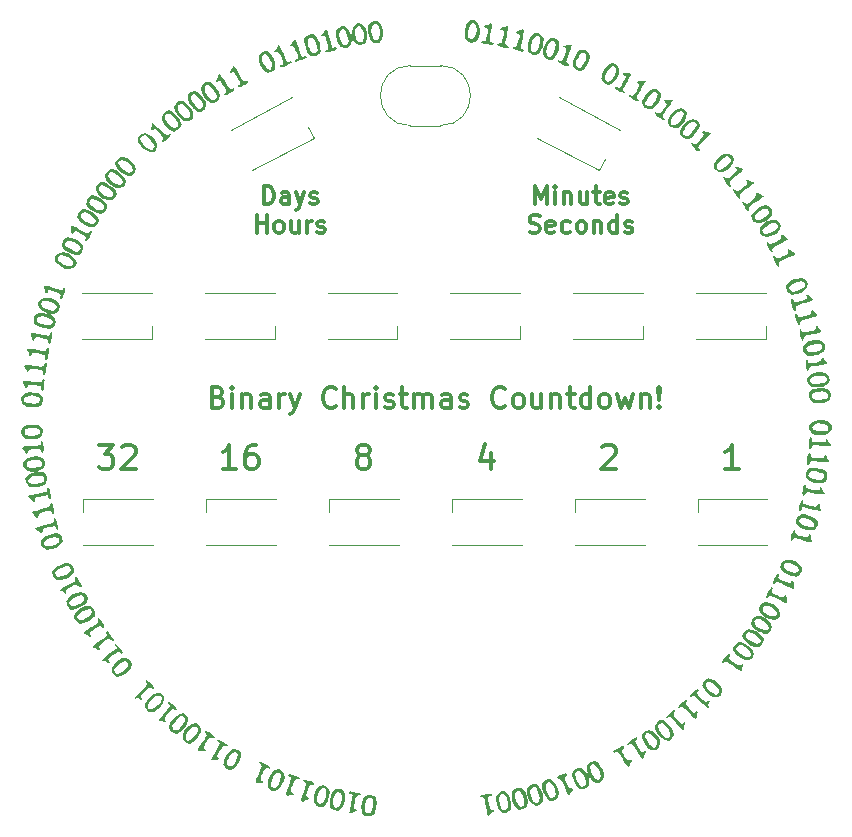
<source format=gbr>
%TF.GenerationSoftware,KiCad,Pcbnew,(6.0.7-1)-1*%
%TF.CreationDate,2022-12-12T20:47:58-08:00*%
%TF.ProjectId,ChristmasCountdown2022,43687269-7374-46d6-9173-436f756e7464,rev?*%
%TF.SameCoordinates,Original*%
%TF.FileFunction,Legend,Top*%
%TF.FilePolarity,Positive*%
%FSLAX46Y46*%
G04 Gerber Fmt 4.6, Leading zero omitted, Abs format (unit mm)*
G04 Created by KiCad (PCBNEW (6.0.7-1)-1) date 2022-12-12 20:47:58*
%MOMM*%
%LPD*%
G01*
G04 APERTURE LIST*
%ADD10C,0.300000*%
%ADD11C,0.120000*%
G04 APERTURE END LIST*
D10*
X164978571Y-102170238D02*
X165073809Y-102075000D01*
X165264285Y-101979761D01*
X165740476Y-101979761D01*
X165930952Y-102075000D01*
X166026190Y-102170238D01*
X166121428Y-102360714D01*
X166121428Y-102551190D01*
X166026190Y-102836904D01*
X164883333Y-103979761D01*
X166121428Y-103979761D01*
X133969047Y-103979761D02*
X132826190Y-103979761D01*
X133397619Y-103979761D02*
X133397619Y-101979761D01*
X133207142Y-102265476D01*
X133016666Y-102455952D01*
X132826190Y-102551190D01*
X135683333Y-101979761D02*
X135302380Y-101979761D01*
X135111904Y-102075000D01*
X135016666Y-102170238D01*
X134826190Y-102455952D01*
X134730952Y-102836904D01*
X134730952Y-103598809D01*
X134826190Y-103789285D01*
X134921428Y-103884523D01*
X135111904Y-103979761D01*
X135492857Y-103979761D01*
X135683333Y-103884523D01*
X135778571Y-103789285D01*
X135873809Y-103598809D01*
X135873809Y-103122619D01*
X135778571Y-102932142D01*
X135683333Y-102836904D01*
X135492857Y-102741666D01*
X135111904Y-102741666D01*
X134921428Y-102836904D01*
X134826190Y-102932142D01*
X134730952Y-103122619D01*
X132475000Y-97875000D02*
X132725000Y-97958333D01*
X132808333Y-98041666D01*
X132891666Y-98208333D01*
X132891666Y-98458333D01*
X132808333Y-98625000D01*
X132725000Y-98708333D01*
X132558333Y-98791666D01*
X131891666Y-98791666D01*
X131891666Y-97041666D01*
X132475000Y-97041666D01*
X132641666Y-97125000D01*
X132725000Y-97208333D01*
X132808333Y-97375000D01*
X132808333Y-97541666D01*
X132725000Y-97708333D01*
X132641666Y-97791666D01*
X132475000Y-97875000D01*
X131891666Y-97875000D01*
X133641666Y-98791666D02*
X133641666Y-97625000D01*
X133641666Y-97041666D02*
X133558333Y-97125000D01*
X133641666Y-97208333D01*
X133725000Y-97125000D01*
X133641666Y-97041666D01*
X133641666Y-97208333D01*
X134475000Y-97625000D02*
X134475000Y-98791666D01*
X134475000Y-97791666D02*
X134558333Y-97708333D01*
X134725000Y-97625000D01*
X134975000Y-97625000D01*
X135141666Y-97708333D01*
X135225000Y-97875000D01*
X135225000Y-98791666D01*
X136808333Y-98791666D02*
X136808333Y-97875000D01*
X136725000Y-97708333D01*
X136558333Y-97625000D01*
X136225000Y-97625000D01*
X136058333Y-97708333D01*
X136808333Y-98708333D02*
X136641666Y-98791666D01*
X136225000Y-98791666D01*
X136058333Y-98708333D01*
X135975000Y-98541666D01*
X135975000Y-98375000D01*
X136058333Y-98208333D01*
X136225000Y-98125000D01*
X136641666Y-98125000D01*
X136808333Y-98041666D01*
X137641666Y-98791666D02*
X137641666Y-97625000D01*
X137641666Y-97958333D02*
X137725000Y-97791666D01*
X137808333Y-97708333D01*
X137975000Y-97625000D01*
X138141666Y-97625000D01*
X138558333Y-97625000D02*
X138975000Y-98791666D01*
X139391666Y-97625000D02*
X138975000Y-98791666D01*
X138808333Y-99208333D01*
X138725000Y-99291666D01*
X138558333Y-99375000D01*
X142391666Y-98625000D02*
X142308333Y-98708333D01*
X142058333Y-98791666D01*
X141891666Y-98791666D01*
X141641666Y-98708333D01*
X141475000Y-98541666D01*
X141391666Y-98375000D01*
X141308333Y-98041666D01*
X141308333Y-97791666D01*
X141391666Y-97458333D01*
X141475000Y-97291666D01*
X141641666Y-97125000D01*
X141891666Y-97041666D01*
X142058333Y-97041666D01*
X142308333Y-97125000D01*
X142391666Y-97208333D01*
X143141666Y-98791666D02*
X143141666Y-97041666D01*
X143891666Y-98791666D02*
X143891666Y-97875000D01*
X143808333Y-97708333D01*
X143641666Y-97625000D01*
X143391666Y-97625000D01*
X143225000Y-97708333D01*
X143141666Y-97791666D01*
X144725000Y-98791666D02*
X144725000Y-97625000D01*
X144725000Y-97958333D02*
X144808333Y-97791666D01*
X144891666Y-97708333D01*
X145058333Y-97625000D01*
X145225000Y-97625000D01*
X145808333Y-98791666D02*
X145808333Y-97625000D01*
X145808333Y-97041666D02*
X145725000Y-97125000D01*
X145808333Y-97208333D01*
X145891666Y-97125000D01*
X145808333Y-97041666D01*
X145808333Y-97208333D01*
X146558333Y-98708333D02*
X146725000Y-98791666D01*
X147058333Y-98791666D01*
X147225000Y-98708333D01*
X147308333Y-98541666D01*
X147308333Y-98458333D01*
X147225000Y-98291666D01*
X147058333Y-98208333D01*
X146808333Y-98208333D01*
X146641666Y-98125000D01*
X146558333Y-97958333D01*
X146558333Y-97875000D01*
X146641666Y-97708333D01*
X146808333Y-97625000D01*
X147058333Y-97625000D01*
X147225000Y-97708333D01*
X147808333Y-97625000D02*
X148475000Y-97625000D01*
X148058333Y-97041666D02*
X148058333Y-98541666D01*
X148141666Y-98708333D01*
X148308333Y-98791666D01*
X148475000Y-98791666D01*
X149058333Y-98791666D02*
X149058333Y-97625000D01*
X149058333Y-97791666D02*
X149141666Y-97708333D01*
X149308333Y-97625000D01*
X149558333Y-97625000D01*
X149725000Y-97708333D01*
X149808333Y-97875000D01*
X149808333Y-98791666D01*
X149808333Y-97875000D02*
X149891666Y-97708333D01*
X150058333Y-97625000D01*
X150308333Y-97625000D01*
X150475000Y-97708333D01*
X150558333Y-97875000D01*
X150558333Y-98791666D01*
X152141666Y-98791666D02*
X152141666Y-97875000D01*
X152058333Y-97708333D01*
X151891666Y-97625000D01*
X151558333Y-97625000D01*
X151391666Y-97708333D01*
X152141666Y-98708333D02*
X151975000Y-98791666D01*
X151558333Y-98791666D01*
X151391666Y-98708333D01*
X151308333Y-98541666D01*
X151308333Y-98375000D01*
X151391666Y-98208333D01*
X151558333Y-98125000D01*
X151975000Y-98125000D01*
X152141666Y-98041666D01*
X152891666Y-98708333D02*
X153058333Y-98791666D01*
X153391666Y-98791666D01*
X153558333Y-98708333D01*
X153641666Y-98541666D01*
X153641666Y-98458333D01*
X153558333Y-98291666D01*
X153391666Y-98208333D01*
X153141666Y-98208333D01*
X152975000Y-98125000D01*
X152891666Y-97958333D01*
X152891666Y-97875000D01*
X152975000Y-97708333D01*
X153141666Y-97625000D01*
X153391666Y-97625000D01*
X153558333Y-97708333D01*
X156725000Y-98625000D02*
X156641666Y-98708333D01*
X156391666Y-98791666D01*
X156225000Y-98791666D01*
X155975000Y-98708333D01*
X155808333Y-98541666D01*
X155725000Y-98375000D01*
X155641666Y-98041666D01*
X155641666Y-97791666D01*
X155725000Y-97458333D01*
X155808333Y-97291666D01*
X155975000Y-97125000D01*
X156225000Y-97041666D01*
X156391666Y-97041666D01*
X156641666Y-97125000D01*
X156725000Y-97208333D01*
X157725000Y-98791666D02*
X157558333Y-98708333D01*
X157475000Y-98625000D01*
X157391666Y-98458333D01*
X157391666Y-97958333D01*
X157475000Y-97791666D01*
X157558333Y-97708333D01*
X157725000Y-97625000D01*
X157975000Y-97625000D01*
X158141666Y-97708333D01*
X158225000Y-97791666D01*
X158308333Y-97958333D01*
X158308333Y-98458333D01*
X158225000Y-98625000D01*
X158141666Y-98708333D01*
X157975000Y-98791666D01*
X157725000Y-98791666D01*
X159808333Y-97625000D02*
X159808333Y-98791666D01*
X159058333Y-97625000D02*
X159058333Y-98541666D01*
X159141666Y-98708333D01*
X159308333Y-98791666D01*
X159558333Y-98791666D01*
X159725000Y-98708333D01*
X159808333Y-98625000D01*
X160641666Y-97625000D02*
X160641666Y-98791666D01*
X160641666Y-97791666D02*
X160725000Y-97708333D01*
X160891666Y-97625000D01*
X161141666Y-97625000D01*
X161308333Y-97708333D01*
X161391666Y-97875000D01*
X161391666Y-98791666D01*
X161975000Y-97625000D02*
X162641666Y-97625000D01*
X162225000Y-97041666D02*
X162225000Y-98541666D01*
X162308333Y-98708333D01*
X162475000Y-98791666D01*
X162641666Y-98791666D01*
X163975000Y-98791666D02*
X163975000Y-97041666D01*
X163975000Y-98708333D02*
X163808333Y-98791666D01*
X163475000Y-98791666D01*
X163308333Y-98708333D01*
X163225000Y-98625000D01*
X163141666Y-98458333D01*
X163141666Y-97958333D01*
X163225000Y-97791666D01*
X163308333Y-97708333D01*
X163475000Y-97625000D01*
X163808333Y-97625000D01*
X163975000Y-97708333D01*
X165058333Y-98791666D02*
X164891666Y-98708333D01*
X164808333Y-98625000D01*
X164725000Y-98458333D01*
X164725000Y-97958333D01*
X164808333Y-97791666D01*
X164891666Y-97708333D01*
X165058333Y-97625000D01*
X165308333Y-97625000D01*
X165475000Y-97708333D01*
X165558333Y-97791666D01*
X165641666Y-97958333D01*
X165641666Y-98458333D01*
X165558333Y-98625000D01*
X165475000Y-98708333D01*
X165308333Y-98791666D01*
X165058333Y-98791666D01*
X166225000Y-97625000D02*
X166558333Y-98791666D01*
X166891666Y-97958333D01*
X167225000Y-98791666D01*
X167558333Y-97625000D01*
X168225000Y-97625000D02*
X168225000Y-98791666D01*
X168225000Y-97791666D02*
X168308333Y-97708333D01*
X168475000Y-97625000D01*
X168725000Y-97625000D01*
X168891666Y-97708333D01*
X168975000Y-97875000D01*
X168975000Y-98791666D01*
X169808333Y-98625000D02*
X169891666Y-98708333D01*
X169808333Y-98791666D01*
X169725000Y-98708333D01*
X169808333Y-98625000D01*
X169808333Y-98791666D01*
X169808333Y-98125000D02*
X169725000Y-97125000D01*
X169808333Y-97041666D01*
X169891666Y-97125000D01*
X169808333Y-98125000D01*
X169808333Y-97041666D01*
X155530952Y-102646428D02*
X155530952Y-103979761D01*
X155054761Y-101884523D02*
X154578571Y-103313095D01*
X155816666Y-103313095D01*
X159282142Y-81571071D02*
X159282142Y-80071071D01*
X159782142Y-81142500D01*
X160282142Y-80071071D01*
X160282142Y-81571071D01*
X160996428Y-81571071D02*
X160996428Y-80571071D01*
X160996428Y-80071071D02*
X160925000Y-80142500D01*
X160996428Y-80213928D01*
X161067857Y-80142500D01*
X160996428Y-80071071D01*
X160996428Y-80213928D01*
X161710714Y-80571071D02*
X161710714Y-81571071D01*
X161710714Y-80713928D02*
X161782142Y-80642500D01*
X161925000Y-80571071D01*
X162139285Y-80571071D01*
X162282142Y-80642500D01*
X162353571Y-80785357D01*
X162353571Y-81571071D01*
X163710714Y-80571071D02*
X163710714Y-81571071D01*
X163067857Y-80571071D02*
X163067857Y-81356785D01*
X163139285Y-81499642D01*
X163282142Y-81571071D01*
X163496428Y-81571071D01*
X163639285Y-81499642D01*
X163710714Y-81428214D01*
X164210714Y-80571071D02*
X164782142Y-80571071D01*
X164425000Y-80071071D02*
X164425000Y-81356785D01*
X164496428Y-81499642D01*
X164639285Y-81571071D01*
X164782142Y-81571071D01*
X165853571Y-81499642D02*
X165710714Y-81571071D01*
X165425000Y-81571071D01*
X165282142Y-81499642D01*
X165210714Y-81356785D01*
X165210714Y-80785357D01*
X165282142Y-80642500D01*
X165425000Y-80571071D01*
X165710714Y-80571071D01*
X165853571Y-80642500D01*
X165925000Y-80785357D01*
X165925000Y-80928214D01*
X165210714Y-81071071D01*
X166496428Y-81499642D02*
X166639285Y-81571071D01*
X166925000Y-81571071D01*
X167067857Y-81499642D01*
X167139285Y-81356785D01*
X167139285Y-81285357D01*
X167067857Y-81142500D01*
X166925000Y-81071071D01*
X166710714Y-81071071D01*
X166567857Y-80999642D01*
X166496428Y-80856785D01*
X166496428Y-80785357D01*
X166567857Y-80642500D01*
X166710714Y-80571071D01*
X166925000Y-80571071D01*
X167067857Y-80642500D01*
X158817857Y-83914642D02*
X159032142Y-83986071D01*
X159389285Y-83986071D01*
X159532142Y-83914642D01*
X159603571Y-83843214D01*
X159675000Y-83700357D01*
X159675000Y-83557500D01*
X159603571Y-83414642D01*
X159532142Y-83343214D01*
X159389285Y-83271785D01*
X159103571Y-83200357D01*
X158960714Y-83128928D01*
X158889285Y-83057500D01*
X158817857Y-82914642D01*
X158817857Y-82771785D01*
X158889285Y-82628928D01*
X158960714Y-82557500D01*
X159103571Y-82486071D01*
X159460714Y-82486071D01*
X159675000Y-82557500D01*
X160889285Y-83914642D02*
X160746428Y-83986071D01*
X160460714Y-83986071D01*
X160317857Y-83914642D01*
X160246428Y-83771785D01*
X160246428Y-83200357D01*
X160317857Y-83057500D01*
X160460714Y-82986071D01*
X160746428Y-82986071D01*
X160889285Y-83057500D01*
X160960714Y-83200357D01*
X160960714Y-83343214D01*
X160246428Y-83486071D01*
X162246428Y-83914642D02*
X162103571Y-83986071D01*
X161817857Y-83986071D01*
X161675000Y-83914642D01*
X161603571Y-83843214D01*
X161532142Y-83700357D01*
X161532142Y-83271785D01*
X161603571Y-83128928D01*
X161675000Y-83057500D01*
X161817857Y-82986071D01*
X162103571Y-82986071D01*
X162246428Y-83057500D01*
X163103571Y-83986071D02*
X162960714Y-83914642D01*
X162889285Y-83843214D01*
X162817857Y-83700357D01*
X162817857Y-83271785D01*
X162889285Y-83128928D01*
X162960714Y-83057500D01*
X163103571Y-82986071D01*
X163317857Y-82986071D01*
X163460714Y-83057500D01*
X163532142Y-83128928D01*
X163603571Y-83271785D01*
X163603571Y-83700357D01*
X163532142Y-83843214D01*
X163460714Y-83914642D01*
X163317857Y-83986071D01*
X163103571Y-83986071D01*
X164246428Y-82986071D02*
X164246428Y-83986071D01*
X164246428Y-83128928D02*
X164317857Y-83057500D01*
X164460714Y-82986071D01*
X164675000Y-82986071D01*
X164817857Y-83057500D01*
X164889285Y-83200357D01*
X164889285Y-83986071D01*
X166246428Y-83986071D02*
X166246428Y-82486071D01*
X166246428Y-83914642D02*
X166103571Y-83986071D01*
X165817857Y-83986071D01*
X165675000Y-83914642D01*
X165603571Y-83843214D01*
X165532142Y-83700357D01*
X165532142Y-83271785D01*
X165603571Y-83128928D01*
X165675000Y-83057500D01*
X165817857Y-82986071D01*
X166103571Y-82986071D01*
X166246428Y-83057500D01*
X166889285Y-83914642D02*
X167032142Y-83986071D01*
X167317857Y-83986071D01*
X167460714Y-83914642D01*
X167532142Y-83771785D01*
X167532142Y-83700357D01*
X167460714Y-83557500D01*
X167317857Y-83486071D01*
X167103571Y-83486071D01*
X166960714Y-83414642D01*
X166889285Y-83271785D01*
X166889285Y-83200357D01*
X166960714Y-83057500D01*
X167103571Y-82986071D01*
X167317857Y-82986071D01*
X167460714Y-83057500D01*
X136325000Y-81571071D02*
X136325000Y-80071071D01*
X136682142Y-80071071D01*
X136896428Y-80142500D01*
X137039285Y-80285357D01*
X137110714Y-80428214D01*
X137182142Y-80713928D01*
X137182142Y-80928214D01*
X137110714Y-81213928D01*
X137039285Y-81356785D01*
X136896428Y-81499642D01*
X136682142Y-81571071D01*
X136325000Y-81571071D01*
X138467857Y-81571071D02*
X138467857Y-80785357D01*
X138396428Y-80642500D01*
X138253571Y-80571071D01*
X137967857Y-80571071D01*
X137825000Y-80642500D01*
X138467857Y-81499642D02*
X138325000Y-81571071D01*
X137967857Y-81571071D01*
X137825000Y-81499642D01*
X137753571Y-81356785D01*
X137753571Y-81213928D01*
X137825000Y-81071071D01*
X137967857Y-80999642D01*
X138325000Y-80999642D01*
X138467857Y-80928214D01*
X139039285Y-80571071D02*
X139396428Y-81571071D01*
X139753571Y-80571071D02*
X139396428Y-81571071D01*
X139253571Y-81928214D01*
X139182142Y-81999642D01*
X139039285Y-82071071D01*
X140253571Y-81499642D02*
X140396428Y-81571071D01*
X140682142Y-81571071D01*
X140825000Y-81499642D01*
X140896428Y-81356785D01*
X140896428Y-81285357D01*
X140825000Y-81142500D01*
X140682142Y-81071071D01*
X140467857Y-81071071D01*
X140325000Y-80999642D01*
X140253571Y-80856785D01*
X140253571Y-80785357D01*
X140325000Y-80642500D01*
X140467857Y-80571071D01*
X140682142Y-80571071D01*
X140825000Y-80642500D01*
X135717857Y-83986071D02*
X135717857Y-82486071D01*
X135717857Y-83200357D02*
X136575000Y-83200357D01*
X136575000Y-83986071D02*
X136575000Y-82486071D01*
X137503571Y-83986071D02*
X137360714Y-83914642D01*
X137289285Y-83843214D01*
X137217857Y-83700357D01*
X137217857Y-83271785D01*
X137289285Y-83128928D01*
X137360714Y-83057500D01*
X137503571Y-82986071D01*
X137717857Y-82986071D01*
X137860714Y-83057500D01*
X137932142Y-83128928D01*
X138003571Y-83271785D01*
X138003571Y-83700357D01*
X137932142Y-83843214D01*
X137860714Y-83914642D01*
X137717857Y-83986071D01*
X137503571Y-83986071D01*
X139289285Y-82986071D02*
X139289285Y-83986071D01*
X138646428Y-82986071D02*
X138646428Y-83771785D01*
X138717857Y-83914642D01*
X138860714Y-83986071D01*
X139075000Y-83986071D01*
X139217857Y-83914642D01*
X139289285Y-83843214D01*
X140003571Y-83986071D02*
X140003571Y-82986071D01*
X140003571Y-83271785D02*
X140075000Y-83128928D01*
X140146428Y-83057500D01*
X140289285Y-82986071D01*
X140432142Y-82986071D01*
X140860714Y-83914642D02*
X141003571Y-83986071D01*
X141289285Y-83986071D01*
X141432142Y-83914642D01*
X141503571Y-83771785D01*
X141503571Y-83700357D01*
X141432142Y-83557500D01*
X141289285Y-83486071D01*
X141075000Y-83486071D01*
X140932142Y-83414642D01*
X140860714Y-83271785D01*
X140860714Y-83200357D01*
X140932142Y-83057500D01*
X141075000Y-82986071D01*
X141289285Y-82986071D01*
X141432142Y-83057500D01*
X144559523Y-102836904D02*
X144369047Y-102741666D01*
X144273809Y-102646428D01*
X144178571Y-102455952D01*
X144178571Y-102360714D01*
X144273809Y-102170238D01*
X144369047Y-102075000D01*
X144559523Y-101979761D01*
X144940476Y-101979761D01*
X145130952Y-102075000D01*
X145226190Y-102170238D01*
X145321428Y-102360714D01*
X145321428Y-102455952D01*
X145226190Y-102646428D01*
X145130952Y-102741666D01*
X144940476Y-102836904D01*
X144559523Y-102836904D01*
X144369047Y-102932142D01*
X144273809Y-103027380D01*
X144178571Y-103217857D01*
X144178571Y-103598809D01*
X144273809Y-103789285D01*
X144369047Y-103884523D01*
X144559523Y-103979761D01*
X144940476Y-103979761D01*
X145130952Y-103884523D01*
X145226190Y-103789285D01*
X145321428Y-103598809D01*
X145321428Y-103217857D01*
X145226190Y-103027380D01*
X145130952Y-102932142D01*
X144940476Y-102836904D01*
X176521428Y-103979761D02*
X175378571Y-103979761D01*
X175950000Y-103979761D02*
X175950000Y-101979761D01*
X175759523Y-102265476D01*
X175569047Y-102455952D01*
X175378571Y-102551190D01*
X122330952Y-101979761D02*
X123569047Y-101979761D01*
X122902380Y-102741666D01*
X123188095Y-102741666D01*
X123378571Y-102836904D01*
X123473809Y-102932142D01*
X123569047Y-103122619D01*
X123569047Y-103598809D01*
X123473809Y-103789285D01*
X123378571Y-103884523D01*
X123188095Y-103979761D01*
X122616666Y-103979761D01*
X122426190Y-103884523D01*
X122330952Y-103789285D01*
X124330952Y-102170238D02*
X124426190Y-102075000D01*
X124616666Y-101979761D01*
X125092857Y-101979761D01*
X125283333Y-102075000D01*
X125378571Y-102170238D01*
X125473809Y-102360714D01*
X125473809Y-102551190D01*
X125378571Y-102836904D01*
X124235714Y-103979761D01*
X125473809Y-103979761D01*
D11*
%TO.C,D11*%
X172922504Y-92980000D02*
X178822504Y-92980000D01*
X172922504Y-89080000D02*
X178822504Y-89080000D01*
X178822504Y-92980000D02*
X178822504Y-91905000D01*
%TO.C,D7*%
X168550000Y-110450000D02*
X162650000Y-110450000D01*
X162650000Y-106550000D02*
X162650000Y-107625000D01*
X168550000Y-106550000D02*
X162650000Y-106550000D01*
%TO.C,G\u002A\u002A\u002A*%
G36*
X125759202Y-75821000D02*
G01*
X125998121Y-75627451D01*
X126286180Y-75580401D01*
X126598214Y-75674195D01*
X126909055Y-75903175D01*
X127098722Y-76122075D01*
X127272972Y-76451457D01*
X127303941Y-76739971D01*
X127216224Y-76968912D01*
X127034418Y-77119574D01*
X126783118Y-77173252D01*
X126486919Y-77111240D01*
X126170419Y-76914831D01*
X126117812Y-76868080D01*
X125905487Y-76638421D01*
X125737943Y-76401274D01*
X125690021Y-76305946D01*
X125632062Y-76103690D01*
X125640749Y-76069856D01*
X125865488Y-76069856D01*
X125926799Y-76248574D01*
X126089191Y-76474445D01*
X126314173Y-76698742D01*
X126438721Y-76795505D01*
X126653550Y-76940126D01*
X126782409Y-76992346D01*
X126876945Y-76958433D01*
X126974381Y-76860534D01*
X127063925Y-76656888D01*
X127044150Y-76541366D01*
X126952703Y-76396033D01*
X126784515Y-76200988D01*
X126582064Y-75997938D01*
X126387826Y-75828591D01*
X126244279Y-75734656D01*
X126215078Y-75727311D01*
X126086365Y-75786788D01*
X125945811Y-75919842D01*
X125867336Y-76054043D01*
X125865488Y-76069856D01*
X125640749Y-76069856D01*
X125641602Y-76066534D01*
X125672296Y-75946993D01*
X125759202Y-75821000D01*
G37*
G36*
X175816803Y-119710777D02*
G01*
X175768243Y-119816178D01*
X175710344Y-119923769D01*
X175700334Y-120002155D01*
X175760291Y-120087785D01*
X175912290Y-120217105D01*
X176100975Y-120365480D01*
X176334195Y-120542696D01*
X176479095Y-120625655D01*
X176577434Y-120628515D01*
X176670971Y-120565433D01*
X176676515Y-120560587D01*
X176828813Y-120473683D01*
X176900011Y-120518837D01*
X176858847Y-120674136D01*
X176853243Y-120684462D01*
X176804106Y-120868191D01*
X176815561Y-120960571D01*
X176830974Y-121099481D01*
X176734148Y-121118142D01*
X176530179Y-121018390D01*
X176224169Y-120802062D01*
X176097073Y-120701705D01*
X175811664Y-120475133D01*
X175624431Y-120342528D01*
X175503507Y-120289405D01*
X175417030Y-120301271D01*
X175340097Y-120357484D01*
X175193418Y-120454581D01*
X175129122Y-120431954D01*
X175144426Y-120316238D01*
X175236539Y-120134061D01*
X175384481Y-119933315D01*
X175573983Y-119737562D01*
X175725209Y-119630336D01*
X175814152Y-119618965D01*
X175816803Y-119710777D01*
G37*
G36*
X182605728Y-102714238D02*
G01*
X182625129Y-102804728D01*
X182662966Y-102941069D01*
X182798800Y-103025301D01*
X183058723Y-103067785D01*
X183313334Y-103078027D01*
X183575658Y-103070449D01*
X183715729Y-103027117D01*
X183779454Y-102932211D01*
X183784412Y-102915664D01*
X183860960Y-102772651D01*
X183941519Y-102767765D01*
X183978459Y-102902847D01*
X183978410Y-102908174D01*
X184037121Y-103096134D01*
X184101474Y-103174396D01*
X184209962Y-103289823D01*
X184204920Y-103363522D01*
X184072913Y-103399155D01*
X183800506Y-103400378D01*
X183378808Y-103371242D01*
X182995318Y-103339882D01*
X182749647Y-103327822D01*
X182610981Y-103338973D01*
X182548508Y-103377244D01*
X182531415Y-103446547D01*
X182530451Y-103478883D01*
X182488102Y-103622502D01*
X182401384Y-103658052D01*
X182337360Y-103592772D01*
X182327151Y-103478267D01*
X182334776Y-103254409D01*
X182348070Y-103084875D01*
X182393836Y-102794224D01*
X182464410Y-102657663D01*
X182508691Y-102642709D01*
X182605728Y-102714238D01*
G37*
G36*
X180250873Y-84189140D02*
G01*
X180427979Y-84284364D01*
X180595624Y-84394818D01*
X180690344Y-84481632D01*
X180695195Y-84495579D01*
X180624541Y-84564232D01*
X180436253Y-84687004D01*
X180164302Y-84842592D01*
X180014768Y-84922287D01*
X179690208Y-85096750D01*
X179492496Y-85221767D01*
X179395289Y-85320057D01*
X179372247Y-85414335D01*
X179380767Y-85469039D01*
X179394573Y-85629551D01*
X179340453Y-85658253D01*
X179238000Y-85568302D01*
X179106804Y-85372850D01*
X179035281Y-85237075D01*
X178917707Y-84954192D01*
X178897976Y-84791233D01*
X178919535Y-84761161D01*
X179033435Y-84776360D01*
X179112129Y-84851592D01*
X179180849Y-84924410D01*
X179273414Y-84938603D01*
X179432254Y-84888096D01*
X179697966Y-84767677D01*
X179963316Y-84633762D01*
X180102260Y-84531978D01*
X180145865Y-84432192D01*
X180135373Y-84343412D01*
X180113878Y-84193984D01*
X180127769Y-84148019D01*
X180250873Y-84189140D01*
G37*
G36*
X182706314Y-101364434D02*
G01*
X182729120Y-101502854D01*
X182736194Y-101613555D01*
X182785993Y-101677589D01*
X182915219Y-101708683D01*
X183160569Y-101720559D01*
X183318581Y-101723288D01*
X183630080Y-101723341D01*
X183808799Y-101705389D01*
X183891097Y-101659623D01*
X183913330Y-101576241D01*
X183913695Y-101562766D01*
X183948922Y-101417747D01*
X184023453Y-101415666D01*
X184100314Y-101548285D01*
X184117145Y-101608122D01*
X184182774Y-101767686D01*
X184250169Y-101821786D01*
X184321240Y-101892108D01*
X184331180Y-101960071D01*
X184312200Y-102022477D01*
X184237229Y-102056300D01*
X184075772Y-102063995D01*
X183797335Y-102048015D01*
X183525797Y-102024897D01*
X183153884Y-101993241D01*
X182918938Y-101982100D01*
X182789387Y-101995586D01*
X182733660Y-102037811D01*
X182720187Y-102112888D01*
X182719817Y-102129883D01*
X182666573Y-102273185D01*
X182590202Y-102305214D01*
X182517045Y-102265110D01*
X182479509Y-102126238D01*
X182470094Y-101856591D01*
X182470752Y-101795386D01*
X182484880Y-101500590D01*
X182521801Y-101342751D01*
X182589958Y-101290101D01*
X182605274Y-101289326D01*
X182706314Y-101364434D01*
G37*
G36*
X144607725Y-132314129D02*
G01*
X144711510Y-131971411D01*
X144882604Y-131705205D01*
X144895731Y-131692065D01*
X145124468Y-131576878D01*
X145408575Y-131577588D01*
X145680233Y-131693905D01*
X145682306Y-131695396D01*
X145792084Y-131804339D01*
X145846823Y-131960692D01*
X145861943Y-132217587D01*
X145861219Y-132311952D01*
X145821413Y-132704695D01*
X145725880Y-133036415D01*
X145701522Y-133088034D01*
X145567185Y-133291214D01*
X145401044Y-133381283D01*
X145236079Y-133403487D01*
X144953000Y-133378958D01*
X144751498Y-133248114D01*
X144622591Y-133007802D01*
X144588392Y-132763780D01*
X144865950Y-132763780D01*
X144891705Y-132977684D01*
X144919828Y-133034867D01*
X145103926Y-133151446D01*
X145311302Y-133132035D01*
X145419573Y-133050477D01*
X145505886Y-132870376D01*
X145564852Y-132602509D01*
X145589969Y-132312430D01*
X145574733Y-132065694D01*
X145529356Y-131943857D01*
X145352281Y-131827014D01*
X145159647Y-131839270D01*
X145031206Y-131956131D01*
X144942169Y-132190352D01*
X144884927Y-132480452D01*
X144865950Y-132763780D01*
X144588392Y-132763780D01*
X144587814Y-132759653D01*
X144576376Y-132678033D01*
X144607725Y-132314129D01*
G37*
G36*
X135965519Y-68841943D02*
G01*
X136134037Y-68692476D01*
X136384878Y-68624265D01*
X136647573Y-68645577D01*
X136828097Y-68740760D01*
X137023384Y-68987637D01*
X137176582Y-69306329D01*
X137273173Y-69645295D01*
X137298635Y-69952999D01*
X137238450Y-70177900D01*
X137234597Y-70183665D01*
X137084329Y-70311892D01*
X136865438Y-70421595D01*
X136684588Y-70463379D01*
X136535736Y-70415469D01*
X136375611Y-70320560D01*
X136155358Y-70080287D01*
X135992156Y-69749528D01*
X135901845Y-69385390D01*
X135900599Y-69117307D01*
X136144903Y-69117307D01*
X136161738Y-69387046D01*
X136259291Y-69635682D01*
X136460223Y-69983683D01*
X136645831Y-70167529D01*
X136821704Y-70191099D01*
X136944830Y-70111601D01*
X137041040Y-69905504D01*
X136994740Y-69611184D01*
X136866107Y-69331065D01*
X136665674Y-69026360D01*
X136486119Y-68882282D01*
X136318459Y-68892779D01*
X136266691Y-68927120D01*
X136144903Y-69117307D01*
X135900599Y-69117307D01*
X135900582Y-69113683D01*
X135900262Y-69044980D01*
X135965519Y-68841943D01*
G37*
G36*
X156969189Y-66472199D02*
G01*
X156978677Y-66574019D01*
X156959881Y-66795029D01*
X156919805Y-67088803D01*
X156865458Y-67408916D01*
X156803848Y-67708944D01*
X156752279Y-67909238D01*
X156770536Y-68051276D01*
X156882703Y-68111570D01*
X156995583Y-68184313D01*
X157060013Y-68291163D01*
X157051913Y-68372467D01*
X156992119Y-68382617D01*
X156879299Y-68359799D01*
X156658273Y-68314293D01*
X156485607Y-68278516D01*
X156233873Y-68202324D01*
X156077160Y-68110574D01*
X156032216Y-68025561D01*
X156115785Y-67969573D01*
X156245795Y-67959289D01*
X156364200Y-67940804D01*
X156443269Y-67855214D01*
X156507703Y-67663820D01*
X156549213Y-67483950D01*
X156615581Y-67168833D01*
X156642688Y-66984139D01*
X156626933Y-66894754D01*
X156564714Y-66865565D01*
X156485453Y-66862056D01*
X156348350Y-66807076D01*
X156318023Y-66732558D01*
X156392152Y-66630941D01*
X156514618Y-66608461D01*
X156713520Y-66570223D01*
X156810994Y-66512658D01*
X156926157Y-66456392D01*
X156969189Y-66472199D01*
G37*
G36*
X139911537Y-130315568D02*
G01*
X140158212Y-130369939D01*
X140295749Y-130416321D01*
X140503767Y-130520493D01*
X140615289Y-130623778D01*
X140616784Y-130697958D01*
X140494722Y-130714815D01*
X140434140Y-130704924D01*
X140309549Y-130691886D01*
X140223129Y-130738192D01*
X140147085Y-130877194D01*
X140053625Y-131142246D01*
X140043213Y-131174028D01*
X139954516Y-131453553D01*
X139918783Y-131614840D01*
X139935591Y-131700350D01*
X140004513Y-131752543D01*
X140037276Y-131769031D01*
X140158901Y-131879487D01*
X140134502Y-131976969D01*
X139982189Y-132006868D01*
X139959402Y-132003847D01*
X139793373Y-132018262D01*
X139728525Y-132063928D01*
X139604823Y-132148469D01*
X139496646Y-132103898D01*
X139501902Y-132008666D01*
X139553289Y-131791895D01*
X139641057Y-131491892D01*
X139695225Y-131323592D01*
X139808021Y-130976658D01*
X139869657Y-130755987D01*
X139883712Y-130627600D01*
X139853761Y-130557517D01*
X139783386Y-130511759D01*
X139780832Y-130510479D01*
X139630657Y-130409850D01*
X139620533Y-130340503D01*
X139723235Y-130307415D01*
X139911537Y-130315568D01*
G37*
G36*
X142495365Y-66773015D02*
G01*
X142660958Y-66633919D01*
X142901336Y-66526895D01*
X143091781Y-66493991D01*
X143286110Y-66571434D01*
X143482844Y-66769438D01*
X143642397Y-67044514D01*
X143677827Y-67137756D01*
X143728993Y-67280234D01*
X143755885Y-67295792D01*
X143769001Y-67168648D01*
X143772090Y-67083653D01*
X144064576Y-67083653D01*
X144066397Y-67096669D01*
X144136815Y-67478509D01*
X144223863Y-67715694D01*
X144341992Y-67832886D01*
X144505650Y-67854749D01*
X144510290Y-67854303D01*
X144661242Y-67819513D01*
X144736466Y-67721642D01*
X144771532Y-67510198D01*
X144774315Y-67479555D01*
X144765521Y-67155772D01*
X144694096Y-66858149D01*
X144577333Y-66630935D01*
X144432528Y-66518375D01*
X144396650Y-66513350D01*
X144183955Y-66578300D01*
X144070911Y-66772559D01*
X144064576Y-67083653D01*
X143772090Y-67083653D01*
X143772248Y-67079316D01*
X143775457Y-66991021D01*
X143842571Y-66619431D01*
X144012507Y-66374803D01*
X144278984Y-66264709D01*
X144382434Y-66259112D01*
X144666267Y-66341334D01*
X144881890Y-66577624D01*
X145028124Y-66966549D01*
X145050765Y-67071923D01*
X145086470Y-67510122D01*
X145003424Y-67831286D01*
X144802281Y-68032974D01*
X144792337Y-68038240D01*
X144477770Y-68125135D01*
X144200766Y-68050984D01*
X143975549Y-67822459D01*
X143867541Y-67604546D01*
X143813877Y-67477854D01*
X143789086Y-67489800D01*
X143778368Y-67654686D01*
X143777110Y-67691950D01*
X143709896Y-68044606D01*
X143535817Y-68266024D01*
X143255043Y-68356014D01*
X143177450Y-68358133D01*
X142889461Y-68307773D01*
X142730820Y-68203324D01*
X142589579Y-67958016D01*
X142486058Y-67634529D01*
X142429743Y-67290479D01*
X142429793Y-67249404D01*
X142717703Y-67249404D01*
X142757077Y-67491829D01*
X142831074Y-67750664D01*
X142910290Y-67948273D01*
X142940472Y-67997705D01*
X143102399Y-68083153D01*
X143301326Y-68055052D01*
X143455614Y-67929067D01*
X143491151Y-67778249D01*
X143453768Y-67525494D01*
X143389024Y-67293009D01*
X143283037Y-66995767D01*
X143181791Y-66831459D01*
X143063359Y-66765799D01*
X143050333Y-66763434D01*
X142853095Y-66798616D01*
X142739783Y-66966655D01*
X142717703Y-67249404D01*
X142429793Y-67249404D01*
X142429798Y-67245132D01*
X142430116Y-66983482D01*
X142495365Y-66773015D01*
G37*
G36*
X167954100Y-126777942D02*
G01*
X167915820Y-126892906D01*
X167833113Y-126977790D01*
X167777573Y-127052443D01*
X167790795Y-127162624D01*
X167884238Y-127345655D01*
X168006096Y-127541119D01*
X168183512Y-127808566D01*
X168302033Y-127951345D01*
X168390120Y-127989848D01*
X168476236Y-127944467D01*
X168516844Y-127907067D01*
X168630804Y-127849526D01*
X168672517Y-127864011D01*
X168671771Y-127965526D01*
X168610126Y-128145099D01*
X168517463Y-128337843D01*
X168423663Y-128478871D01*
X168374059Y-128512111D01*
X168305507Y-128444314D01*
X168172366Y-128264590D01*
X167998172Y-128005605D01*
X167911575Y-127870179D01*
X167729084Y-127586543D01*
X167580586Y-127367227D01*
X167488375Y-127244646D01*
X167470962Y-127229667D01*
X167374576Y-127263439D01*
X167268279Y-127314314D01*
X167139332Y-127356408D01*
X167104963Y-127283374D01*
X167104991Y-127280806D01*
X167172234Y-127174907D01*
X167336477Y-127028543D01*
X167544737Y-126879859D01*
X167744029Y-126766997D01*
X167873467Y-126727582D01*
X167954100Y-126777942D01*
G37*
G36*
X179395521Y-114053910D02*
G01*
X179384564Y-114156896D01*
X179326235Y-114272813D01*
X179302865Y-114364427D01*
X179363351Y-114452415D01*
X179534211Y-114562000D01*
X179744052Y-114670216D01*
X180013370Y-114800578D01*
X180174104Y-114860319D01*
X180268729Y-114855334D01*
X180339720Y-114791517D01*
X180366654Y-114756624D01*
X180472456Y-114648528D01*
X180525457Y-114637407D01*
X180568252Y-114754925D01*
X180600589Y-114953674D01*
X180615874Y-115163345D01*
X180607512Y-115313626D01*
X180591800Y-115344871D01*
X180495363Y-115323125D01*
X180285550Y-115238617D01*
X179999151Y-115106835D01*
X179836783Y-115027079D01*
X179508070Y-114864756D01*
X179296202Y-114771959D01*
X179167429Y-114740778D01*
X179088005Y-114763307D01*
X179024181Y-114831634D01*
X179020952Y-114835903D01*
X178907204Y-114933778D01*
X178839078Y-114929410D01*
X178834926Y-114819273D01*
X178900639Y-114623254D01*
X179009271Y-114394399D01*
X179133878Y-114185757D01*
X179247516Y-114050377D01*
X179297766Y-114026328D01*
X179395521Y-114053910D01*
G37*
G36*
X181301193Y-109282961D02*
G01*
X181302252Y-109331956D01*
X181330443Y-109446172D01*
X181439829Y-109537268D01*
X181665508Y-109629322D01*
X181799040Y-109672693D01*
X182121268Y-109762976D01*
X182316293Y-109784543D01*
X182412796Y-109734827D01*
X182439407Y-109615395D01*
X182493926Y-109522964D01*
X182546595Y-109524923D01*
X182622770Y-109627688D01*
X182623388Y-109708752D01*
X182648699Y-109895563D01*
X182696220Y-109979834D01*
X182760715Y-110114702D01*
X182676162Y-110172476D01*
X182444316Y-110153074D01*
X182066937Y-110056414D01*
X181935894Y-110015642D01*
X181595537Y-109909041D01*
X181379191Y-109852677D01*
X181250255Y-109843146D01*
X181172128Y-109877045D01*
X181116798Y-109939489D01*
X180990654Y-110063678D01*
X180921095Y-110042222D01*
X180913713Y-109890951D01*
X180974104Y-109625696D01*
X180989053Y-109577981D01*
X181094451Y-109311371D01*
X181191834Y-109165297D01*
X181265862Y-109151810D01*
X181301193Y-109282961D01*
G37*
G36*
X145171349Y-66473645D02*
G01*
X145250911Y-66336982D01*
X145344863Y-66238306D01*
X145611864Y-66062667D01*
X145868419Y-66044983D01*
X146096249Y-66174056D01*
X146277076Y-66438689D01*
X146392618Y-66827685D01*
X146401734Y-66885707D01*
X146425687Y-67320447D01*
X146350363Y-67628689D01*
X146170536Y-67824752D01*
X146036332Y-67886351D01*
X145855614Y-67942921D01*
X145767440Y-67963832D01*
X145766135Y-67963337D01*
X145690247Y-67935545D01*
X145616642Y-67913823D01*
X145424405Y-67776687D01*
X145273943Y-67501619D01*
X145178946Y-67117670D01*
X145159876Y-66944542D01*
X145156574Y-66874071D01*
X145423951Y-66874071D01*
X145468389Y-67184000D01*
X145570497Y-67468198D01*
X145603286Y-67526195D01*
X145713032Y-67678939D01*
X145816196Y-67706116D01*
X145979735Y-67634646D01*
X146099584Y-67485304D01*
X146150213Y-67227030D01*
X146129113Y-66906529D01*
X146036515Y-66577298D01*
X145901079Y-66349999D01*
X145740570Y-66289251D01*
X145549881Y-66393446D01*
X145524997Y-66416697D01*
X145441410Y-66598331D01*
X145423951Y-66874071D01*
X145156574Y-66874071D01*
X145156388Y-66870101D01*
X145146347Y-66655770D01*
X145171349Y-66473645D01*
G37*
G36*
X168255282Y-71151511D02*
G01*
X168478694Y-71171958D01*
X168623658Y-71185257D01*
X168636727Y-71186462D01*
X168621993Y-71254638D01*
X168530298Y-71433346D01*
X168378250Y-71691987D01*
X168259898Y-71880716D01*
X168058278Y-72200386D01*
X167939500Y-72409784D01*
X167892393Y-72539472D01*
X167905786Y-72620017D01*
X167967353Y-72681115D01*
X168060279Y-72803898D01*
X168033563Y-72873217D01*
X167911684Y-72877323D01*
X167685257Y-72769495D01*
X167549851Y-72683627D01*
X167306760Y-72497994D01*
X167219731Y-72372059D01*
X167235076Y-72330036D01*
X167364555Y-72300574D01*
X167442107Y-72349113D01*
X167522243Y-72381173D01*
X167616884Y-72323705D01*
X167751061Y-72154671D01*
X167876373Y-71966744D01*
X168039599Y-71703240D01*
X168115348Y-71541051D01*
X168115184Y-71444139D01*
X168062916Y-71385354D01*
X167945238Y-71255281D01*
X167984283Y-71172138D01*
X168171407Y-71146435D01*
X168255282Y-71151511D01*
G37*
G36*
X117040616Y-90870421D02*
G01*
X117321445Y-90776566D01*
X117634670Y-90784667D01*
X118067854Y-90839842D01*
X117775951Y-90708879D01*
X117442009Y-90522457D01*
X117254590Y-90317867D01*
X117191079Y-90068899D01*
X117190798Y-90035075D01*
X117487063Y-90035075D01*
X117501507Y-90190535D01*
X117577326Y-90293829D01*
X117754595Y-90383813D01*
X117904438Y-90439772D01*
X118184534Y-90537465D01*
X118356870Y-90582767D01*
X118472881Y-90581003D01*
X118584002Y-90537500D01*
X118628638Y-90514751D01*
X118763601Y-90374254D01*
X118796226Y-90258447D01*
X118722551Y-90114598D01*
X118529862Y-89969701D01*
X118266692Y-89847242D01*
X117981571Y-89770702D01*
X117763644Y-89758818D01*
X117573606Y-89794610D01*
X117499131Y-89894183D01*
X117487063Y-90035075D01*
X117190798Y-90035075D01*
X117190761Y-90030679D01*
X117261163Y-89741862D01*
X117460973Y-89561514D01*
X117788350Y-89491110D01*
X117864405Y-89490280D01*
X118291210Y-89546180D01*
X118648814Y-89687854D01*
X118908044Y-89896361D01*
X119039723Y-90152763D01*
X119050230Y-90260038D01*
X118970027Y-90547230D01*
X118761634Y-90755883D01*
X118459302Y-90855286D01*
X118381800Y-90859456D01*
X118213539Y-90871335D01*
X118173201Y-90898595D01*
X118193830Y-90909783D01*
X118442950Y-91069955D01*
X118625201Y-91305343D01*
X118692394Y-91549547D01*
X118618011Y-91826422D01*
X118422441Y-92014812D01*
X118132865Y-92107848D01*
X117776461Y-92098662D01*
X117380410Y-91980386D01*
X117244246Y-91915513D01*
X117014133Y-91779695D01*
X116898324Y-91650832D01*
X116853692Y-91473514D01*
X116847992Y-91406402D01*
X116850062Y-91387099D01*
X117092640Y-91387099D01*
X117136334Y-91490382D01*
X117297996Y-91635612D01*
X117554318Y-91750853D01*
X117847491Y-91822770D01*
X118119705Y-91838026D01*
X118313151Y-91783286D01*
X118333536Y-91766555D01*
X118432113Y-91587483D01*
X118382117Y-91410636D01*
X118203602Y-91253672D01*
X117916623Y-91134246D01*
X117542499Y-91070111D01*
X117279386Y-91098680D01*
X117121015Y-91213052D01*
X117092640Y-91387099D01*
X116850062Y-91387099D01*
X116850447Y-91383506D01*
X116882958Y-91080240D01*
X117040616Y-90870421D01*
G37*
G36*
X155587548Y-66227961D02*
G01*
X155609086Y-66278748D01*
X155619350Y-66429377D01*
X155595758Y-66681788D01*
X155559328Y-66897820D01*
X155483375Y-67323841D01*
X155458191Y-67610434D01*
X155485448Y-67780231D01*
X155566819Y-67855864D01*
X155630862Y-67865489D01*
X155757434Y-67906337D01*
X155772230Y-67968140D01*
X155668146Y-68076299D01*
X155456716Y-68070972D01*
X155451423Y-68069806D01*
X155287016Y-68036719D01*
X155047390Y-67992066D01*
X155005785Y-67984589D01*
X154809800Y-67920890D01*
X154742224Y-67843226D01*
X154812081Y-67783934D01*
X154946074Y-67770653D01*
X155027307Y-67760319D01*
X155087467Y-67705787D01*
X155139111Y-67576032D01*
X155194796Y-67340031D01*
X155263304Y-66986900D01*
X155290729Y-66772162D01*
X155253677Y-66665588D01*
X155144698Y-66615390D01*
X154998678Y-66540014D01*
X154978452Y-66458981D01*
X155092273Y-66418360D01*
X155109385Y-66418261D01*
X155281751Y-66366809D01*
X155405976Y-66284121D01*
X155527016Y-66195607D01*
X155587548Y-66227961D01*
G37*
G36*
X182224809Y-105330642D02*
G01*
X182247008Y-105461474D01*
X182261830Y-105570973D01*
X182334973Y-105642747D01*
X182503447Y-105696354D01*
X182791624Y-105749276D01*
X183085940Y-105794771D01*
X183256464Y-105803480D01*
X183346375Y-105766800D01*
X183398852Y-105676128D01*
X183418453Y-105624390D01*
X183497735Y-105409352D01*
X183594037Y-105663085D01*
X183682920Y-105854565D01*
X183763309Y-105963400D01*
X183764545Y-105964216D01*
X183796189Y-106064258D01*
X183778321Y-106105498D01*
X183691215Y-106147296D01*
X183496271Y-106143233D01*
X183168727Y-106092264D01*
X183084647Y-106076257D01*
X182687802Y-106001574D01*
X182425759Y-105962765D01*
X182267608Y-105960883D01*
X182182436Y-105996976D01*
X182139333Y-106072098D01*
X182128193Y-106108779D01*
X182048192Y-106245086D01*
X181980878Y-106275945D01*
X181925857Y-106219773D01*
X181921487Y-106038779D01*
X181946897Y-105830892D01*
X181991286Y-105569222D01*
X182032821Y-105380009D01*
X182052030Y-105324396D01*
X182146514Y-105259023D01*
X182224809Y-105330642D01*
G37*
G36*
X117740325Y-96373757D02*
G01*
X117765501Y-96480821D01*
X117742625Y-96707793D01*
X117737798Y-96740016D01*
X117701458Y-96999952D01*
X117679339Y-97198714D01*
X117676427Y-97247162D01*
X117621420Y-97350438D01*
X117514112Y-97333971D01*
X117468939Y-97282243D01*
X117456216Y-97143933D01*
X117476140Y-97070661D01*
X117478366Y-96977515D01*
X117362098Y-96937727D01*
X117245618Y-96931653D01*
X116957466Y-96911795D01*
X116653757Y-96870929D01*
X116644752Y-96869321D01*
X116437602Y-96842673D01*
X116346987Y-96876503D01*
X116325444Y-96989122D01*
X116325389Y-96992529D01*
X116272822Y-97138298D01*
X116195726Y-97171036D01*
X116093357Y-97098924D01*
X116071252Y-96999838D01*
X116037841Y-96861746D01*
X115989108Y-96829268D01*
X115920282Y-96757686D01*
X115906844Y-96666622D01*
X115959777Y-96543103D01*
X116056954Y-96536819D01*
X116209717Y-96558328D01*
X116477682Y-96586154D01*
X116807125Y-96614800D01*
X116860156Y-96618954D01*
X117190226Y-96641049D01*
X117386402Y-96640384D01*
X117483286Y-96611059D01*
X117515477Y-96547170D01*
X117518061Y-96506718D01*
X117579745Y-96371285D01*
X117658969Y-96345986D01*
X117740325Y-96373757D01*
G37*
G36*
X126405743Y-123614907D02*
G01*
X126676687Y-123309967D01*
X126992852Y-123043433D01*
X127256747Y-122921158D01*
X127494219Y-122937164D01*
X127713184Y-123070218D01*
X127873981Y-123308569D01*
X127899785Y-123491040D01*
X127821734Y-123789894D01*
X127624668Y-124091592D01*
X127351600Y-124354026D01*
X127045545Y-124535093D01*
X126773380Y-124593638D01*
X126606239Y-124532549D01*
X126433452Y-124392616D01*
X126278178Y-124147157D01*
X126272997Y-124024137D01*
X126515858Y-124024137D01*
X126531672Y-124206031D01*
X126610868Y-124281120D01*
X126807984Y-124326577D01*
X126996995Y-124271098D01*
X127217843Y-124097715D01*
X127345630Y-123968950D01*
X127576978Y-123702486D01*
X127682899Y-123509921D01*
X127672735Y-123362635D01*
X127579845Y-123251700D01*
X127376688Y-123180487D01*
X127125647Y-123253724D01*
X126851082Y-123462711D01*
X126779518Y-123537471D01*
X126601476Y-123788045D01*
X126515858Y-124024137D01*
X126272997Y-124024137D01*
X126272845Y-124020531D01*
X126267525Y-123894222D01*
X126405743Y-123614907D01*
G37*
G36*
X122419434Y-116690005D02*
G01*
X122597025Y-116936612D01*
X122618377Y-116970189D01*
X122759514Y-117225871D01*
X122817539Y-117399728D01*
X122792370Y-117472390D01*
X122683919Y-117424487D01*
X122620105Y-117369944D01*
X122526841Y-117297282D01*
X122431025Y-117284291D01*
X122290235Y-117341617D01*
X122062044Y-117479909D01*
X121984856Y-117529352D01*
X121731337Y-117701091D01*
X121603395Y-117817478D01*
X121578275Y-117904845D01*
X121609999Y-117963228D01*
X121664615Y-118107322D01*
X121622599Y-118177486D01*
X121518781Y-118214113D01*
X121474177Y-118166473D01*
X121355884Y-118062766D01*
X121204090Y-117984332D01*
X121087073Y-117921433D01*
X121062006Y-117847545D01*
X121142899Y-117746193D01*
X121343762Y-117600898D01*
X121678601Y-117395186D01*
X121731735Y-117363718D01*
X122015476Y-117190188D01*
X122178489Y-117066720D01*
X122248860Y-116962579D01*
X122254673Y-116847021D01*
X122246957Y-116799799D01*
X122236504Y-116617977D01*
X122296629Y-116582587D01*
X122419434Y-116690005D01*
G37*
G36*
X117937408Y-95030484D02*
G01*
X117945909Y-95164143D01*
X117928187Y-95259777D01*
X117884580Y-95538236D01*
X117867740Y-95766936D01*
X117825629Y-95960175D01*
X117737143Y-96008442D01*
X117634834Y-95936064D01*
X117612708Y-95834586D01*
X117601457Y-95726264D01*
X117541030Y-95654607D01*
X117397286Y-95604042D01*
X117136081Y-95558993D01*
X116954003Y-95534099D01*
X116689865Y-95505967D01*
X116546649Y-95518487D01*
X116478679Y-95581999D01*
X116455567Y-95646889D01*
X116381723Y-95785959D01*
X116299999Y-95809952D01*
X116259947Y-95706375D01*
X116259946Y-95696208D01*
X116206441Y-95542775D01*
X116125319Y-95434739D01*
X116036768Y-95295959D01*
X116099837Y-95215829D01*
X116317182Y-95193469D01*
X116691462Y-95228003D01*
X116732524Y-95233811D01*
X117149352Y-95291166D01*
X117427112Y-95318451D01*
X117593742Y-95313586D01*
X117677177Y-95274493D01*
X117705355Y-95199089D01*
X117707375Y-95161240D01*
X117766762Y-95020908D01*
X117847454Y-94993967D01*
X117937408Y-95030484D01*
G37*
G36*
X177872864Y-82123629D02*
G01*
X178158435Y-81904846D01*
X178484378Y-81744780D01*
X178808878Y-81674434D01*
X178857695Y-81673573D01*
X179130538Y-81751533D01*
X179311836Y-81953775D01*
X179371176Y-82238252D01*
X179333261Y-82468363D01*
X179212983Y-82663868D01*
X178980422Y-82864779D01*
X178820521Y-82974624D01*
X178452691Y-83149163D01*
X178119273Y-83175392D01*
X177840383Y-83053098D01*
X177768698Y-82985605D01*
X177639795Y-82790710D01*
X177620477Y-82721747D01*
X177876736Y-82721747D01*
X177926879Y-82803967D01*
X178067151Y-82910261D01*
X178254181Y-82911520D01*
X178517396Y-82803376D01*
X178721048Y-82686053D01*
X178958625Y-82526634D01*
X179076601Y-82399200D01*
X179107978Y-82262351D01*
X179104637Y-82204858D01*
X179025041Y-82009099D01*
X178848560Y-81940553D01*
X178590770Y-81999830D01*
X178288154Y-82172699D01*
X178011044Y-82391852D01*
X177878015Y-82567684D01*
X177876736Y-82721747D01*
X177620477Y-82721747D01*
X177590109Y-82613333D01*
X177606323Y-82563653D01*
X177669483Y-82370125D01*
X177872864Y-82123629D01*
G37*
G36*
X156021712Y-131609617D02*
G01*
X156191760Y-131386866D01*
X156441904Y-131265879D01*
X156710789Y-131272330D01*
X156771580Y-131295829D01*
X157026761Y-131507680D01*
X157193078Y-131860575D01*
X157268500Y-132310811D01*
X157283588Y-132595673D01*
X157263394Y-132768440D01*
X157191448Y-132885305D01*
X157069922Y-132988300D01*
X156802476Y-133138660D01*
X156566729Y-133135530D01*
X156320763Y-132977910D01*
X156312206Y-132970261D01*
X156142874Y-132728292D01*
X156023617Y-132389428D01*
X155969098Y-132022364D01*
X155976389Y-131926697D01*
X156251284Y-131926697D01*
X156314856Y-132329065D01*
X156315138Y-132330224D01*
X156431926Y-132681687D01*
X156572044Y-132867100D01*
X156738167Y-132888478D01*
X156905620Y-132775516D01*
X157003175Y-132607606D01*
X157003131Y-132356592D01*
X156999480Y-132332359D01*
X156898509Y-131892498D01*
X156759754Y-131616137D01*
X156581901Y-131501419D01*
X156423608Y-131519768D01*
X156287659Y-131656005D01*
X156251284Y-131926697D01*
X155976389Y-131926697D01*
X155976700Y-131922623D01*
X155993986Y-131695794D01*
X156021712Y-131609617D01*
G37*
G36*
X140631277Y-131377299D02*
G01*
X140796143Y-131018461D01*
X141033163Y-130801866D01*
X141312219Y-130736661D01*
X141598961Y-130810816D01*
X141792882Y-131008070D01*
X141886599Y-131305322D01*
X141872727Y-131679472D01*
X141747547Y-132098692D01*
X141557228Y-132398599D01*
X141309209Y-132570449D01*
X141036333Y-132604189D01*
X140771438Y-132489765D01*
X140694497Y-132421016D01*
X140559569Y-132161549D01*
X140556377Y-132079813D01*
X140824970Y-132079813D01*
X140915598Y-132263223D01*
X141067373Y-132343607D01*
X141243092Y-132301705D01*
X141405551Y-132118261D01*
X141409407Y-132111161D01*
X141540623Y-131796835D01*
X141608924Y-131486268D01*
X141606211Y-131232813D01*
X141559783Y-131120447D01*
X141385538Y-130989456D01*
X141213466Y-131019647D01*
X141052008Y-131202982D01*
X140909605Y-131531427D01*
X140832696Y-131812633D01*
X140824970Y-132079813D01*
X140556377Y-132079813D01*
X140556221Y-132075825D01*
X140545038Y-131789442D01*
X140631277Y-131377299D01*
G37*
G36*
X165110098Y-70243115D02*
G01*
X165320453Y-69954907D01*
X165557347Y-69736834D01*
X165789151Y-69630230D01*
X165843483Y-69625851D01*
X166079735Y-69703209D01*
X166287958Y-69889821D01*
X166412864Y-70127822D01*
X166427151Y-70236761D01*
X166365613Y-70553404D01*
X166211020Y-70877051D01*
X165995069Y-71166771D01*
X165749459Y-71381634D01*
X165505886Y-71480711D01*
X165461956Y-71483062D01*
X165294654Y-71423487D01*
X165107687Y-71282063D01*
X165095498Y-71269784D01*
X164955376Y-71069917D01*
X164895524Y-70873711D01*
X164895528Y-70864606D01*
X164914573Y-70771651D01*
X165198256Y-70771651D01*
X165208239Y-70992714D01*
X165274535Y-71090317D01*
X165392483Y-71201837D01*
X165483881Y-71218495D01*
X165605763Y-71178263D01*
X165718620Y-71077334D01*
X165863515Y-70874450D01*
X166008743Y-70624535D01*
X166122599Y-70382512D01*
X166173377Y-70203306D01*
X166173753Y-70194328D01*
X166104106Y-70022033D01*
X165936553Y-69916598D01*
X165773653Y-69915106D01*
X165630563Y-70022217D01*
X165463272Y-70237743D01*
X165305772Y-70511088D01*
X165198256Y-70771651D01*
X164914573Y-70771651D01*
X164915433Y-70767455D01*
X164957914Y-70560126D01*
X165110098Y-70243115D01*
G37*
G36*
X126948404Y-74725024D02*
G01*
X127124952Y-74854063D01*
X127377793Y-75086351D01*
X127498378Y-75207117D01*
X127770190Y-75478786D01*
X127955574Y-75643259D01*
X128081870Y-75718764D01*
X128176417Y-75723528D01*
X128233723Y-75697369D01*
X128391777Y-75628072D01*
X128440293Y-75665609D01*
X128382499Y-75790492D01*
X128221619Y-75983232D01*
X128179261Y-76026315D01*
X127960123Y-76217777D01*
X127778057Y-76329629D01*
X127663738Y-76346424D01*
X127640304Y-76297702D01*
X127681533Y-76200456D01*
X127747375Y-76089305D01*
X127792621Y-75983398D01*
X127765783Y-75871537D01*
X127648058Y-75713769D01*
X127490090Y-75542624D01*
X127279331Y-75333552D01*
X127139056Y-75234944D01*
X127032359Y-75226342D01*
X126970852Y-75254814D01*
X126811834Y-75305676D01*
X126743094Y-75247783D01*
X126800697Y-75113612D01*
X126806436Y-75106771D01*
X126870762Y-74963269D01*
X126859003Y-74893814D01*
X126848029Y-74748438D01*
X126864745Y-74712198D01*
X126948404Y-74725024D01*
G37*
G36*
X133081632Y-128274075D02*
G01*
X133327175Y-127943635D01*
X133597722Y-127723143D01*
X133870158Y-127668561D01*
X134161660Y-127777156D01*
X134203583Y-127804287D01*
X134365426Y-128009169D01*
X134404014Y-128303193D01*
X134318452Y-128658444D01*
X134236650Y-128835693D01*
X133993698Y-129202537D01*
X133735229Y-129405447D01*
X133451458Y-129449729D01*
X133223062Y-129385094D01*
X132998675Y-129208110D01*
X132901533Y-128946980D01*
X132905477Y-128902356D01*
X133162942Y-128902356D01*
X133184795Y-129014468D01*
X133211946Y-129054389D01*
X133385914Y-129160862D01*
X133593423Y-129117075D01*
X133808080Y-128931143D01*
X133867037Y-128853035D01*
X134070771Y-128498908D01*
X134131319Y-128227225D01*
X134049971Y-128032120D01*
X134048318Y-128030403D01*
X133866668Y-127935675D01*
X133671266Y-128006363D01*
X133466867Y-128239566D01*
X133338029Y-128463857D01*
X133210906Y-128733406D01*
X133162942Y-128902356D01*
X132905477Y-128902356D01*
X132905814Y-128898541D01*
X132929798Y-128627152D01*
X133081632Y-128274075D01*
G37*
G36*
X121524799Y-80952763D02*
G01*
X121780439Y-80836864D01*
X121890224Y-80828381D01*
X122139351Y-80890748D01*
X122433353Y-81045783D01*
X122717484Y-81254668D01*
X122937001Y-81478582D01*
X123026715Y-81634260D01*
X123050212Y-81927177D01*
X122938186Y-82170367D01*
X122723479Y-82332189D01*
X122438934Y-82381003D01*
X122280572Y-82353097D01*
X122001153Y-82237566D01*
X121716168Y-82067762D01*
X121484573Y-81883019D01*
X121376990Y-81750201D01*
X121299787Y-81451259D01*
X121316234Y-81370584D01*
X121553046Y-81370584D01*
X121606461Y-81558302D01*
X121787841Y-81757214D01*
X121897429Y-81844069D01*
X122209300Y-82030595D01*
X122478963Y-82104068D01*
X122679530Y-82061697D01*
X122774758Y-81935088D01*
X122759746Y-81727515D01*
X122597738Y-81507238D01*
X122307548Y-81295928D01*
X122148018Y-81213205D01*
X121844233Y-81110898D01*
X121647907Y-81139354D01*
X121558853Y-81298621D01*
X121553046Y-81370584D01*
X121316234Y-81370584D01*
X121316948Y-81367081D01*
X121356818Y-81171504D01*
X121524799Y-80952763D01*
G37*
G36*
X131647035Y-126274455D02*
G01*
X131812225Y-126372201D01*
X132046748Y-126544299D01*
X132160789Y-126676771D01*
X132148507Y-126752539D01*
X132004067Y-126754524D01*
X131937642Y-126739131D01*
X131812577Y-126732570D01*
X131694282Y-126806379D01*
X131547337Y-126988527D01*
X131460919Y-127115567D01*
X131306988Y-127355274D01*
X131238297Y-127501656D01*
X131244332Y-127601047D01*
X131314575Y-127699784D01*
X131325500Y-127712288D01*
X131422927Y-127837519D01*
X131439367Y-127886676D01*
X131227318Y-127903558D01*
X130990919Y-127898763D01*
X130796533Y-127876232D01*
X130711998Y-127843476D01*
X130738594Y-127747837D01*
X130844306Y-127549056D01*
X131009769Y-127281746D01*
X131111286Y-127129654D01*
X131316992Y-126821764D01*
X131434838Y-126620578D01*
X131477100Y-126496248D01*
X131456054Y-126418923D01*
X131418411Y-126382876D01*
X131332909Y-126262584D01*
X131340302Y-126193991D01*
X131440730Y-126184898D01*
X131647035Y-126274455D01*
G37*
G36*
X118350579Y-106901037D02*
G01*
X118440616Y-107040566D01*
X118464237Y-107117301D01*
X118544453Y-107448455D01*
X118583938Y-107648425D01*
X118584211Y-107750004D01*
X118546792Y-107785983D01*
X118495402Y-107789654D01*
X118383126Y-107720930D01*
X118368687Y-107660760D01*
X118332185Y-107570020D01*
X118203369Y-107539423D01*
X117958658Y-107568186D01*
X117649295Y-107636909D01*
X117395644Y-107710712D01*
X117272931Y-107786625D01*
X117244410Y-107890337D01*
X117246962Y-107918172D01*
X117236150Y-108091716D01*
X117143935Y-108119426D01*
X116975035Y-108001260D01*
X116894479Y-107921012D01*
X116756160Y-107755181D01*
X116696841Y-107643042D01*
X116700635Y-107625184D01*
X116797956Y-107585715D01*
X117018986Y-107517937D01*
X117323010Y-107434024D01*
X117454580Y-107399734D01*
X117807569Y-107302839D01*
X118026542Y-107222362D01*
X118143678Y-107142266D01*
X118191155Y-107046513D01*
X118194035Y-107031183D01*
X118256486Y-106894116D01*
X118350579Y-106901037D01*
G37*
G36*
X157421134Y-131184102D02*
G01*
X157498655Y-131108624D01*
X157786090Y-130996908D01*
X158082796Y-131014350D01*
X158320419Y-131152854D01*
X158473771Y-131396633D01*
X158588879Y-131741946D01*
X158645536Y-132121958D01*
X158648069Y-132236687D01*
X158575653Y-132501941D01*
X158396353Y-132702926D01*
X158155702Y-132818368D01*
X157899234Y-132826994D01*
X157672478Y-132707532D01*
X157662219Y-132697282D01*
X157476063Y-132427154D01*
X157354078Y-132094169D01*
X157301063Y-131744931D01*
X157304133Y-131697753D01*
X157583660Y-131697753D01*
X157591402Y-131766240D01*
X157677265Y-132128104D01*
X157805970Y-132398277D01*
X157958819Y-132560256D01*
X158117114Y-132597541D01*
X158262160Y-132493632D01*
X158314429Y-132404344D01*
X158346380Y-132204908D01*
X158314288Y-131936939D01*
X158234986Y-131655230D01*
X158125307Y-131414581D01*
X158002083Y-131269784D01*
X157960502Y-131252207D01*
X157742714Y-131272997D01*
X157612758Y-131427559D01*
X157583660Y-131697753D01*
X157304133Y-131697753D01*
X157304403Y-131693609D01*
X157321816Y-131426042D01*
X157421134Y-131184102D01*
G37*
G36*
X183746261Y-94598943D02*
G01*
X183762048Y-94662081D01*
X183827807Y-94805696D01*
X183879880Y-94839728D01*
X184015290Y-94953087D01*
X184041569Y-95002057D01*
X184015948Y-95071806D01*
X183868366Y-95131059D01*
X183577977Y-95187175D01*
X183473578Y-95202575D01*
X183052853Y-95263450D01*
X182771720Y-95310993D01*
X182601962Y-95354525D01*
X182515362Y-95403365D01*
X182483703Y-95466837D01*
X182479015Y-95531099D01*
X182428567Y-95666827D01*
X182361333Y-95697092D01*
X182275201Y-95612901D01*
X182214437Y-95367863D01*
X182201023Y-95259130D01*
X182183692Y-94997084D01*
X182188853Y-94805477D01*
X182202637Y-94749717D01*
X182290026Y-94709466D01*
X182372955Y-94789392D01*
X182403307Y-94926609D01*
X182415968Y-95003919D01*
X182480994Y-95039197D01*
X182634516Y-95036507D01*
X182912665Y-94999909D01*
X182973919Y-94990761D01*
X183276913Y-94940008D01*
X183446450Y-94890852D01*
X183517339Y-94825916D01*
X183524391Y-94727816D01*
X183523059Y-94716562D01*
X183548998Y-94561311D01*
X183631664Y-94530475D01*
X183746261Y-94598943D01*
G37*
G36*
X182769940Y-90521146D02*
G01*
X182905527Y-90630756D01*
X182987921Y-90711498D01*
X183144054Y-90889536D01*
X183183579Y-90995213D01*
X183130970Y-91057541D01*
X182982556Y-91123441D01*
X182934456Y-91131794D01*
X182820442Y-91153474D01*
X182591858Y-91210327D01*
X182296768Y-91290355D01*
X182277335Y-91295817D01*
X181969884Y-91389697D01*
X181795367Y-91467693D01*
X181721176Y-91549568D01*
X181712735Y-91637980D01*
X181700066Y-91807671D01*
X181634605Y-91841335D01*
X181544270Y-91751806D01*
X181456978Y-91551920D01*
X181446513Y-91515580D01*
X181376022Y-91256084D01*
X181319294Y-91047286D01*
X181307287Y-91003106D01*
X181323023Y-90877786D01*
X181389667Y-90856145D01*
X181507801Y-90928751D01*
X181553233Y-91023805D01*
X181582643Y-91110312D01*
X181642274Y-91147271D01*
X181771624Y-91136153D01*
X182010190Y-91078432D01*
X182134350Y-91045479D01*
X182444745Y-90950250D01*
X182617556Y-90861118D01*
X182682984Y-90761365D01*
X182685740Y-90740242D01*
X182701700Y-90568964D01*
X182710334Y-90509352D01*
X182769940Y-90521146D01*
G37*
G36*
X122291969Y-79831428D02*
G01*
X122482794Y-79730183D01*
X122728935Y-79719645D01*
X123025544Y-79817879D01*
X123329243Y-79994642D01*
X123596659Y-80219688D01*
X123784417Y-80462774D01*
X123849496Y-80683176D01*
X123796800Y-80851964D01*
X123672703Y-81049786D01*
X123668481Y-81055034D01*
X123443925Y-81229067D01*
X123163081Y-81256038D01*
X122812494Y-81136489D01*
X122729095Y-81093007D01*
X122397233Y-80853931D01*
X122182620Y-80580734D01*
X122090225Y-80300917D01*
X122111529Y-80142363D01*
X122351811Y-80142363D01*
X122366370Y-80338738D01*
X122528962Y-80569327D01*
X122559429Y-80599444D01*
X122907199Y-80881693D01*
X123194882Y-81005678D01*
X123422547Y-80971426D01*
X123490345Y-80919862D01*
X123584506Y-80768693D01*
X123544176Y-80600938D01*
X123386007Y-80406067D01*
X123106676Y-80170173D01*
X122825639Y-80020125D01*
X122584680Y-79974825D01*
X122487615Y-79999692D01*
X122351811Y-80142363D01*
X122111529Y-80142363D01*
X122112007Y-80138806D01*
X122125017Y-80041982D01*
X122291969Y-79831428D01*
G37*
G36*
X158691020Y-67986052D02*
G01*
X158782919Y-67651586D01*
X158928780Y-67361449D01*
X159117856Y-67161435D01*
X159243647Y-67104636D01*
X159531897Y-67115011D01*
X159808808Y-67252038D01*
X159979702Y-67439249D01*
X160017830Y-67628559D01*
X159991954Y-67910430D01*
X159916129Y-68227157D01*
X159804408Y-68521034D01*
X159670846Y-68734355D01*
X159661974Y-68743819D01*
X159400658Y-68904597D01*
X159101973Y-68914238D01*
X158846506Y-68797494D01*
X158712070Y-68604800D01*
X158679821Y-68413810D01*
X158910816Y-68413810D01*
X158956659Y-68601369D01*
X158975245Y-68624628D01*
X159096608Y-68663516D01*
X159249857Y-68663984D01*
X159385883Y-68622954D01*
X159489608Y-68506709D01*
X159591566Y-68276021D01*
X159625319Y-68181671D01*
X159718689Y-67803855D01*
X159705220Y-67527900D01*
X159587743Y-67366819D01*
X159439856Y-67329269D01*
X159291176Y-67403400D01*
X159146464Y-67597623D01*
X159023187Y-67863233D01*
X158938815Y-68151530D01*
X158910816Y-68413810D01*
X158679821Y-68413810D01*
X158679241Y-68410374D01*
X158663822Y-68319055D01*
X158691020Y-67986052D01*
G37*
G36*
X136701950Y-130329405D02*
G01*
X136809569Y-129999386D01*
X136973799Y-129710995D01*
X137182779Y-129508031D01*
X137291242Y-129455225D01*
X137585441Y-129437130D01*
X137853431Y-129559454D01*
X138037075Y-129794207D01*
X138079902Y-130064890D01*
X138020338Y-130382833D01*
X137882027Y-130705112D01*
X137688614Y-130988809D01*
X137463744Y-131191006D01*
X137231061Y-131268779D01*
X137224746Y-131268749D01*
X136999686Y-131216550D01*
X136837379Y-131131186D01*
X136703993Y-130939108D01*
X136666733Y-130684129D01*
X136915009Y-130684129D01*
X136941282Y-130883603D01*
X137011667Y-130955480D01*
X137222364Y-131001138D01*
X137395220Y-130911671D01*
X137450434Y-130856725D01*
X137601474Y-130631652D01*
X137714448Y-130349251D01*
X137773473Y-130068541D01*
X137762668Y-129848541D01*
X137736745Y-129792849D01*
X137579853Y-129676735D01*
X137399416Y-129717945D01*
X137211497Y-129909173D01*
X137109356Y-130078346D01*
X136972387Y-130403558D01*
X136915009Y-130684129D01*
X136666733Y-130684129D01*
X136666193Y-130680437D01*
X136662804Y-130657246D01*
X136701950Y-130329405D01*
G37*
G36*
X119712791Y-114967449D02*
G01*
X119807184Y-114861887D01*
X120162208Y-114608758D01*
X120516076Y-114463541D01*
X120842348Y-114424162D01*
X121114587Y-114488552D01*
X121306354Y-114654640D01*
X121391212Y-114920353D01*
X121393016Y-114986128D01*
X121326622Y-115252203D01*
X121125992Y-115485422D01*
X120776156Y-115701022D01*
X120619249Y-115773591D01*
X120338905Y-115888139D01*
X120155197Y-115928678D01*
X120012095Y-115894445D01*
X119853564Y-115784676D01*
X119826407Y-115762797D01*
X119648034Y-115522294D01*
X119617088Y-115293244D01*
X119864292Y-115293244D01*
X119883948Y-115469972D01*
X119917015Y-115544485D01*
X120083079Y-115603996D01*
X120343226Y-115572108D01*
X120654139Y-115456389D01*
X120770601Y-115395412D01*
X120998608Y-115250469D01*
X121105188Y-115126784D01*
X121125341Y-114980759D01*
X121123262Y-114956095D01*
X121039039Y-114767273D01*
X120847875Y-114694286D01*
X120567720Y-114738619D01*
X120247861Y-114883701D01*
X119993220Y-115056051D01*
X119877710Y-115214333D01*
X119864292Y-115293244D01*
X119617088Y-115293244D01*
X119616591Y-115289569D01*
X119609777Y-115239139D01*
X119712791Y-114967449D01*
G37*
G36*
X155607432Y-131541273D02*
G01*
X155609992Y-131577129D01*
X155537743Y-131686889D01*
X155440809Y-131708362D01*
X155329919Y-131731567D01*
X155302064Y-131837488D01*
X155320016Y-131981766D01*
X155386419Y-132370218D01*
X155436250Y-132620707D01*
X155481145Y-132762235D01*
X155532737Y-132823807D01*
X155602663Y-132834429D01*
X155659585Y-132828242D01*
X155813456Y-132854549D01*
X155843847Y-132936820D01*
X155775378Y-133051417D01*
X155712240Y-133067204D01*
X155568625Y-133132964D01*
X155534593Y-133185036D01*
X155422707Y-133319850D01*
X155374417Y-133345936D01*
X155310670Y-133316619D01*
X155248654Y-133167753D01*
X155182553Y-132881202D01*
X155129732Y-132582891D01*
X155064907Y-132210066D01*
X155011562Y-131975372D01*
X154958066Y-131849188D01*
X154892786Y-131801900D01*
X154822761Y-131801159D01*
X154659084Y-131785384D01*
X154622944Y-131710470D01*
X154709954Y-131623438D01*
X154843377Y-131580197D01*
X155130300Y-131529090D01*
X155357276Y-131488705D01*
X155541488Y-131476782D01*
X155607432Y-131541273D01*
G37*
G36*
X120185584Y-83408694D02*
G01*
X120397138Y-83519783D01*
X120679385Y-83671044D01*
X120794617Y-83733448D01*
X121105667Y-83899428D01*
X121303706Y-83991459D01*
X121423454Y-84018361D01*
X121499630Y-83988955D01*
X121555658Y-83926780D01*
X121682237Y-83828221D01*
X121766490Y-83830013D01*
X121778849Y-83926895D01*
X121715377Y-84108963D01*
X121603551Y-84327231D01*
X121470843Y-84532713D01*
X121344730Y-84676424D01*
X121270579Y-84714197D01*
X121172446Y-84682283D01*
X121165467Y-84664819D01*
X121202455Y-84559522D01*
X121248801Y-84467898D01*
X121272051Y-84376763D01*
X121212027Y-84289016D01*
X121042299Y-84179709D01*
X120824196Y-84067126D01*
X120551242Y-83936330D01*
X120388772Y-83877926D01*
X120297735Y-83884849D01*
X120239083Y-83950029D01*
X120233107Y-83960148D01*
X120124462Y-84091059D01*
X120048997Y-84060057D01*
X120011334Y-83872137D01*
X120008177Y-83717076D01*
X120025064Y-83494850D01*
X120061400Y-83369554D01*
X120083659Y-83358323D01*
X120185584Y-83408694D01*
G37*
G36*
X172132008Y-123520192D02*
G01*
X172125034Y-123615134D01*
X172072323Y-123695669D01*
X172030305Y-123786512D01*
X172064385Y-123907756D01*
X172190088Y-124095144D01*
X172313920Y-124251694D01*
X172534582Y-124510451D01*
X172683001Y-124645042D01*
X172783071Y-124670697D01*
X172858686Y-124602644D01*
X172860394Y-124599995D01*
X172964625Y-124516324D01*
X173038312Y-124554049D01*
X173026521Y-124665967D01*
X172971397Y-124872638D01*
X172965376Y-124959758D01*
X172948207Y-125091922D01*
X172877763Y-125121873D01*
X172739491Y-125042143D01*
X172518840Y-124845258D01*
X172284919Y-124610436D01*
X172010632Y-124337279D01*
X171823974Y-124177791D01*
X171703133Y-124116426D01*
X171626295Y-124137642D01*
X171624212Y-124139614D01*
X171478532Y-124233596D01*
X171395151Y-124191741D01*
X171385588Y-124126568D01*
X171444889Y-124020468D01*
X171590621Y-123869694D01*
X171777709Y-123710864D01*
X171961076Y-123580596D01*
X172095650Y-123515508D01*
X172132008Y-123520192D01*
G37*
G36*
X139746656Y-67576053D02*
G01*
X139886560Y-67370504D01*
X140106013Y-67244048D01*
X140320746Y-67171879D01*
X140465504Y-67178529D01*
X140609088Y-67257890D01*
X140859886Y-67524234D01*
X141033900Y-67918836D01*
X141108959Y-68310827D01*
X141120590Y-68581510D01*
X141076016Y-68748551D01*
X140990610Y-68848316D01*
X140696444Y-69019837D01*
X140404624Y-69027017D01*
X140173263Y-68905525D01*
X140005101Y-68691918D01*
X139860683Y-68376245D01*
X139761592Y-68025762D01*
X139746183Y-67873509D01*
X140048832Y-67873509D01*
X140091755Y-68168100D01*
X140203944Y-68463245D01*
X140346785Y-68675855D01*
X140496707Y-68807048D01*
X140628359Y-68792966D01*
X140744786Y-68697035D01*
X140831023Y-68606180D01*
X140868616Y-68517215D01*
X140858488Y-68382664D01*
X140801560Y-68155051D01*
X140758321Y-68000361D01*
X140622178Y-67652200D01*
X140456160Y-67468349D01*
X140261622Y-67450061D01*
X140195163Y-67478515D01*
X140081269Y-67627604D01*
X140048832Y-67873509D01*
X139746183Y-67873509D01*
X139745728Y-67869012D01*
X139729406Y-67707724D01*
X139746656Y-67576053D01*
G37*
G36*
X141631347Y-66843143D02*
G01*
X141735741Y-67028348D01*
X141850763Y-67382204D01*
X141902825Y-67583376D01*
X141993593Y-67942507D01*
X142062145Y-68165546D01*
X142124073Y-68281460D01*
X142194971Y-68319215D01*
X142290429Y-68307777D01*
X142292507Y-68307289D01*
X142450532Y-68302053D01*
X142491315Y-68385414D01*
X142410677Y-68488854D01*
X142193753Y-68580270D01*
X142128295Y-68597512D01*
X141883501Y-68657902D01*
X141703645Y-68705074D01*
X141669110Y-68715143D01*
X141541301Y-68708931D01*
X141521231Y-68694655D01*
X141475164Y-68572983D01*
X141567310Y-68505462D01*
X141595460Y-68504015D01*
X141710213Y-68480756D01*
X141760884Y-68386897D01*
X141751239Y-68192893D01*
X141685046Y-67869206D01*
X141679450Y-67845408D01*
X141606991Y-67561292D01*
X141544928Y-67409267D01*
X141470125Y-67355447D01*
X141359444Y-67365940D01*
X141353109Y-67367415D01*
X141196811Y-67374594D01*
X141152892Y-67280999D01*
X141152916Y-67278826D01*
X141215747Y-67161648D01*
X141276218Y-67144462D01*
X141397974Y-67075748D01*
X141453750Y-66977744D01*
X141537408Y-66826354D01*
X141631347Y-66843143D01*
G37*
G36*
X120782868Y-82141756D02*
G01*
X121020869Y-82016851D01*
X121129808Y-82002563D01*
X121446451Y-82064100D01*
X121770097Y-82218693D01*
X122059817Y-82434644D01*
X122274680Y-82680256D01*
X122373758Y-82923828D01*
X122376109Y-82967758D01*
X122303013Y-83164098D01*
X122128514Y-83359589D01*
X121911846Y-83499813D01*
X121757626Y-83535978D01*
X121565289Y-83496047D01*
X121309349Y-83398958D01*
X121204825Y-83348916D01*
X120885468Y-83140708D01*
X120648770Y-82899761D01*
X120527777Y-82662819D01*
X120518898Y-82586232D01*
X120558693Y-82464694D01*
X120804877Y-82464694D01*
X120821948Y-82635489D01*
X120975107Y-82837327D01*
X121241344Y-83043279D01*
X121357772Y-83111783D01*
X121657358Y-83246461D01*
X121865171Y-83261138D01*
X122009412Y-83155313D01*
X122044746Y-83099555D01*
X122091860Y-82976634D01*
X122058762Y-82864772D01*
X121923576Y-82716833D01*
X121825783Y-82627871D01*
X121498237Y-82387151D01*
X121207979Y-82271781D01*
X120975330Y-82285011D01*
X120820617Y-82430089D01*
X120804877Y-82464694D01*
X120558693Y-82464694D01*
X120559883Y-82461059D01*
X120596255Y-82349979D01*
X120782868Y-82141756D01*
G37*
G36*
X137607077Y-68135977D02*
G01*
X137723134Y-68297035D01*
X137865789Y-68574586D01*
X137986713Y-68858163D01*
X138123076Y-69190724D01*
X138222019Y-69392528D01*
X138304364Y-69491820D01*
X138390931Y-69516842D01*
X138463994Y-69505574D01*
X138635264Y-69489294D01*
X138678666Y-69538816D01*
X138610882Y-69631744D01*
X138448594Y-69745689D01*
X138208489Y-69858257D01*
X138198380Y-69862085D01*
X137926175Y-69955078D01*
X137772117Y-69979346D01*
X137701507Y-69939039D01*
X137693917Y-69922442D01*
X137727954Y-69810773D01*
X137821631Y-69758008D01*
X137912862Y-69714550D01*
X137948133Y-69634191D01*
X137923818Y-69485340D01*
X137836288Y-69236407D01*
X137731982Y-68977210D01*
X137610955Y-68740827D01*
X137500207Y-68657301D01*
X137456591Y-68663092D01*
X137287050Y-68681800D01*
X137217964Y-68612812D01*
X137279908Y-68499082D01*
X137318617Y-68469257D01*
X137455785Y-68329725D01*
X137497891Y-68219673D01*
X137528403Y-68105496D01*
X137607077Y-68135977D01*
G37*
G36*
X119415936Y-84551665D02*
G01*
X119593109Y-84396502D01*
X119726106Y-84352665D01*
X120003944Y-84405141D01*
X120337270Y-84533792D01*
X120652240Y-84705497D01*
X120843924Y-84854099D01*
X121030514Y-85121417D01*
X121048098Y-85386358D01*
X120896629Y-85645995D01*
X120857802Y-85685782D01*
X120635804Y-85839724D01*
X120386136Y-85872935D01*
X120069620Y-85786755D01*
X119913146Y-85718032D01*
X119562316Y-85506518D01*
X119321273Y-85265245D01*
X119215852Y-85021622D01*
X119213309Y-84975579D01*
X119254057Y-84832095D01*
X119485090Y-84832095D01*
X119493321Y-85002851D01*
X119654340Y-85193759D01*
X119962701Y-85393197D01*
X119963207Y-85393464D01*
X120244271Y-85537999D01*
X120418786Y-85609710D01*
X120529748Y-85615208D01*
X120620151Y-85561106D01*
X120681252Y-85503913D01*
X120788808Y-85383210D01*
X120816879Y-85331007D01*
X120739847Y-85142284D01*
X120518890Y-84947437D01*
X120234863Y-84792842D01*
X119957151Y-84683225D01*
X119771835Y-84654202D01*
X119635093Y-84693115D01*
X119485090Y-84832095D01*
X119254057Y-84832095D01*
X119255026Y-84828682D01*
X119273370Y-84764085D01*
X119415936Y-84551665D01*
G37*
G36*
X171645977Y-75167598D02*
G01*
X171833251Y-74871467D01*
X172092011Y-74611754D01*
X172374968Y-74426977D01*
X172634841Y-74355652D01*
X172642682Y-74355680D01*
X172918100Y-74435082D01*
X173124523Y-74632875D01*
X173215271Y-74901538D01*
X173216135Y-74939484D01*
X173152395Y-75153542D01*
X172992949Y-75416762D01*
X172777789Y-75677021D01*
X172546912Y-75882196D01*
X172445014Y-75944441D01*
X172235758Y-76038014D01*
X172090153Y-76052333D01*
X171923821Y-75990373D01*
X171871746Y-75964635D01*
X171672804Y-75778932D01*
X171586695Y-75509043D01*
X171588135Y-75498790D01*
X171780194Y-75498790D01*
X171819648Y-75592991D01*
X171898729Y-75679298D01*
X172040919Y-75787430D01*
X172184792Y-75790934D01*
X172362991Y-75678920D01*
X172605138Y-75443690D01*
X172853332Y-75138544D01*
X172951147Y-74900559D01*
X172900298Y-74722466D01*
X172794978Y-74638998D01*
X172591799Y-74616718D01*
X172350843Y-74730013D01*
X172102899Y-74959624D01*
X171948569Y-75168370D01*
X171821314Y-75376254D01*
X171780194Y-75498790D01*
X171588135Y-75498790D01*
X171588534Y-75495947D01*
X171628798Y-75209258D01*
X171645977Y-75167598D01*
G37*
G36*
X128862619Y-73055188D02*
G01*
X129085226Y-72877011D01*
X129388478Y-72810758D01*
X129394504Y-72810823D01*
X129571592Y-72879501D01*
X129792917Y-73053113D01*
X130019108Y-73289340D01*
X130210796Y-73545860D01*
X130328611Y-73780354D01*
X130341558Y-73828839D01*
X130351024Y-74067531D01*
X130303065Y-74249922D01*
X130127490Y-74417898D01*
X129869576Y-74516686D01*
X129611311Y-74517967D01*
X129567055Y-74504118D01*
X129387440Y-74383160D01*
X129170463Y-74168407D01*
X128962551Y-73913224D01*
X128810124Y-73670968D01*
X128777588Y-73596685D01*
X128752090Y-73327387D01*
X129010625Y-73327387D01*
X129034538Y-73502216D01*
X129163248Y-73738682D01*
X129274253Y-73897638D01*
X129510582Y-74153993D01*
X129738156Y-74280990D01*
X129933065Y-74273457D01*
X130071398Y-74126225D01*
X130091909Y-74074439D01*
X130077935Y-73890511D01*
X129965792Y-73651039D01*
X129789903Y-73405805D01*
X129584690Y-73204589D01*
X129424688Y-73109564D01*
X129237609Y-73067665D01*
X129114096Y-73136264D01*
X129081350Y-73176207D01*
X129010625Y-73327387D01*
X128752090Y-73327387D01*
X128751726Y-73323546D01*
X128750219Y-73307631D01*
X128862619Y-73055188D01*
G37*
G36*
X133816851Y-69876984D02*
G01*
X133919426Y-69989686D01*
X134066943Y-70227963D01*
X134246711Y-70556354D01*
X134417406Y-70866998D01*
X134538893Y-71052511D01*
X134636235Y-71139935D01*
X134734493Y-71156315D01*
X134793172Y-71145992D01*
X134959161Y-71132599D01*
X134990852Y-71191363D01*
X134897136Y-71304051D01*
X134686905Y-71452432D01*
X134626488Y-71487724D01*
X134377567Y-71624155D01*
X134233722Y-71683090D01*
X134154688Y-71673919D01*
X134102520Y-71609935D01*
X134122212Y-71513419D01*
X134184199Y-71475073D01*
X134278274Y-71423467D01*
X134305631Y-71338706D01*
X134260339Y-71187822D01*
X134136465Y-70937848D01*
X134063052Y-70801751D01*
X133911557Y-70543626D01*
X133804643Y-70418984D01*
X133720422Y-70405565D01*
X133691328Y-70423766D01*
X133543967Y-70482888D01*
X133458231Y-70427353D01*
X133481255Y-70300236D01*
X133511804Y-70259716D01*
X133641319Y-70071620D01*
X133690386Y-69969039D01*
X133745182Y-69875041D01*
X133816851Y-69876984D01*
G37*
G36*
X180275652Y-111742892D02*
G01*
X180563700Y-111658307D01*
X180951114Y-111702792D01*
X181059660Y-111733652D01*
X181464382Y-111909769D01*
X181737895Y-112133701D01*
X181871109Y-112387871D01*
X181854931Y-112654700D01*
X181680271Y-112916612D01*
X181674447Y-112922312D01*
X181519269Y-113054789D01*
X181375218Y-113105475D01*
X181177020Y-113085749D01*
X180991424Y-113041380D01*
X180583505Y-112894439D01*
X180270013Y-112697092D01*
X180077651Y-112470386D01*
X180028908Y-112282627D01*
X180065715Y-112098109D01*
X180326721Y-112098109D01*
X180336865Y-112304562D01*
X180481896Y-112496664D01*
X180727607Y-112650970D01*
X181039798Y-112744036D01*
X181291969Y-112759754D01*
X181493728Y-112734227D01*
X181576937Y-112655101D01*
X181591651Y-112536194D01*
X181556746Y-112382077D01*
X181423359Y-112248145D01*
X181219886Y-112128467D01*
X180851452Y-111973706D01*
X180566530Y-111933375D01*
X180380827Y-112008008D01*
X180326721Y-112098109D01*
X180065715Y-112098109D01*
X180066485Y-112094249D01*
X180094783Y-111952386D01*
X180275652Y-111742892D01*
G37*
G36*
X171154931Y-124463219D02*
G01*
X171079245Y-124577205D01*
X171010013Y-124668206D01*
X171005249Y-124760208D01*
X171079578Y-124892513D01*
X171247621Y-125104422D01*
X171297871Y-125164733D01*
X171516060Y-125417485D01*
X171657690Y-125552634D01*
X171748757Y-125587324D01*
X171815252Y-125538700D01*
X171830690Y-125516153D01*
X171934949Y-125432548D01*
X172008746Y-125470379D01*
X171997196Y-125582131D01*
X171930154Y-125798570D01*
X171913347Y-125893586D01*
X171873699Y-126032975D01*
X171791128Y-126060129D01*
X171652032Y-125967215D01*
X171442812Y-125746398D01*
X171244947Y-125508552D01*
X171025566Y-125244202D01*
X170844282Y-125038921D01*
X170727845Y-124922392D01*
X170702515Y-124906683D01*
X170599555Y-124957559D01*
X170544149Y-125004534D01*
X170425574Y-125056385D01*
X170378564Y-125035973D01*
X170399999Y-124950714D01*
X170519870Y-124807004D01*
X170696305Y-124641189D01*
X170887429Y-124489616D01*
X171051370Y-124388635D01*
X171143169Y-124372255D01*
X171154931Y-124463219D01*
G37*
G36*
X177352526Y-79522293D02*
G01*
X177557425Y-79620025D01*
X177655140Y-79657006D01*
X177777968Y-79728243D01*
X177799259Y-79771171D01*
X177732997Y-79845849D01*
X177558118Y-79991062D01*
X177305761Y-80181726D01*
X177156292Y-80289068D01*
X176819090Y-80542220D01*
X176632286Y-80719191D01*
X176595322Y-80820521D01*
X176600287Y-80826979D01*
X176671464Y-80959997D01*
X176670097Y-81087181D01*
X176610144Y-81132171D01*
X176521813Y-81070114D01*
X176373977Y-80912790D01*
X176276465Y-80793482D01*
X176085881Y-80519669D01*
X176017519Y-80346069D01*
X176073446Y-80278410D01*
X176090226Y-80277698D01*
X176200170Y-80337198D01*
X176265475Y-80404185D01*
X176338780Y-80458113D01*
X176445123Y-80440975D01*
X176619605Y-80339571D01*
X176825532Y-80193523D01*
X177068873Y-80007279D01*
X177193643Y-79881727D01*
X177223110Y-79785063D01*
X177188191Y-79697825D01*
X177132008Y-79533283D01*
X177201959Y-79472197D01*
X177352526Y-79522293D01*
G37*
G36*
X117629867Y-109819890D02*
G01*
X117897364Y-109656153D01*
X118346190Y-109489474D01*
X118725575Y-109449179D01*
X119020429Y-109533288D01*
X119215662Y-109739823D01*
X119255570Y-109834255D01*
X119279261Y-110125028D01*
X119142238Y-110380094D01*
X118841442Y-110604400D01*
X118750638Y-110651255D01*
X118322229Y-110804687D01*
X117957939Y-110822915D01*
X117673860Y-110706621D01*
X117569124Y-110601137D01*
X117422601Y-110312900D01*
X117427432Y-110251047D01*
X117682191Y-110251047D01*
X117720767Y-110426881D01*
X117735601Y-110446858D01*
X117922043Y-110548326D01*
X118226500Y-110534021D01*
X118651476Y-110403782D01*
X118698729Y-110385165D01*
X118906316Y-110284161D01*
X118990943Y-110174037D01*
X118995705Y-110021715D01*
X118963435Y-109870201D01*
X118873068Y-109803332D01*
X118672826Y-109787646D01*
X118633498Y-109787628D01*
X118284395Y-109827434D01*
X117991288Y-109931293D01*
X117781459Y-110079174D01*
X117682191Y-110251047D01*
X117427432Y-110251047D01*
X117427727Y-110247272D01*
X117442971Y-110052131D01*
X117629867Y-109819890D01*
G37*
G36*
X173104837Y-122625666D02*
G01*
X173132152Y-122737865D01*
X173055387Y-122825263D01*
X172994755Y-122897188D01*
X173007781Y-122987158D01*
X173110887Y-123128666D01*
X173309705Y-123343928D01*
X173529116Y-123562342D01*
X173675060Y-123670865D01*
X173782511Y-123689663D01*
X173855853Y-123658854D01*
X174013504Y-123608613D01*
X174084694Y-123664132D01*
X174031298Y-123793762D01*
X174025993Y-123800087D01*
X173963402Y-123965286D01*
X173973700Y-124046821D01*
X173996955Y-124189407D01*
X173920147Y-124205882D01*
X173751280Y-124100502D01*
X173498351Y-123877525D01*
X173318316Y-123698082D01*
X173053902Y-123432066D01*
X172875848Y-123274276D01*
X172757382Y-123206943D01*
X172671732Y-123212294D01*
X172628425Y-123240172D01*
X172475810Y-123301084D01*
X172410962Y-123268918D01*
X172419164Y-123162041D01*
X172559636Y-122976865D01*
X172674498Y-122861379D01*
X172905745Y-122666747D01*
X173053017Y-122604232D01*
X173104837Y-122625666D01*
G37*
G36*
X138541922Y-129831745D02*
G01*
X138795461Y-129907422D01*
X139029055Y-130004555D01*
X139218936Y-130106754D01*
X139341337Y-130197632D01*
X139372490Y-130260799D01*
X139288629Y-130279869D01*
X139165564Y-130261766D01*
X139047006Y-130254665D01*
X138956864Y-130313852D01*
X138866714Y-130471910D01*
X138763018Y-130723228D01*
X138659383Y-131000082D01*
X138617561Y-131164527D01*
X138633483Y-131260150D01*
X138703080Y-131330531D01*
X138706100Y-131332818D01*
X138825392Y-131466962D01*
X138832418Y-131571853D01*
X138731557Y-131601421D01*
X138681744Y-131588993D01*
X138525569Y-131582251D01*
X138464561Y-131622403D01*
X138340952Y-131705085D01*
X138218058Y-131637231D01*
X138210028Y-131624754D01*
X138215706Y-131513262D01*
X138272696Y-131284914D01*
X138370059Y-130980327D01*
X138424589Y-130827967D01*
X138547991Y-130489205D01*
X138615860Y-130275982D01*
X138632250Y-130155336D01*
X138601217Y-130094302D01*
X138526814Y-130059920D01*
X138519375Y-130057421D01*
X138405863Y-129971053D01*
X138401459Y-129871132D01*
X138499348Y-129825867D01*
X138541922Y-129831745D01*
G37*
G36*
X182411226Y-89234928D02*
G01*
X182562625Y-89362384D01*
X182698089Y-89513293D01*
X182772625Y-89639941D01*
X182767540Y-89686256D01*
X182656149Y-89740974D01*
X182425380Y-89828086D01*
X182118174Y-89931755D01*
X182002271Y-89968482D01*
X181668131Y-90076307D01*
X181466646Y-90157009D01*
X181367701Y-90230161D01*
X181341185Y-90315336D01*
X181349609Y-90392693D01*
X181336056Y-90549496D01*
X181260015Y-90605550D01*
X181173021Y-90534292D01*
X181155366Y-90492796D01*
X181027318Y-90110251D01*
X180954333Y-89857786D01*
X180930455Y-89707518D01*
X180949732Y-89631566D01*
X180968098Y-89615806D01*
X181045138Y-89584355D01*
X181105574Y-89637447D01*
X181176102Y-89764213D01*
X181229797Y-89835701D01*
X181317889Y-89858577D01*
X181481916Y-89831781D01*
X181763412Y-89754252D01*
X181782334Y-89748727D01*
X182067341Y-89660092D01*
X182221431Y-89588920D01*
X182277625Y-89510279D01*
X182268946Y-89399241D01*
X182265453Y-89383997D01*
X182253027Y-89230013D01*
X182288887Y-89178642D01*
X182411226Y-89234928D01*
G37*
G36*
X143864959Y-131323671D02*
G01*
X144210044Y-131389538D01*
X144414367Y-131448575D01*
X144505687Y-131510488D01*
X144517810Y-131552010D01*
X144444734Y-131611305D01*
X144314608Y-131627965D01*
X144188017Y-131647471D01*
X144113594Y-131739211D01*
X144063008Y-131945801D01*
X144049847Y-132026248D01*
X144003384Y-132296089D01*
X143958972Y-132511061D01*
X143943977Y-132568242D01*
X143973421Y-132708167D01*
X144072875Y-132766381D01*
X144217963Y-132852775D01*
X144224390Y-132938853D01*
X144091010Y-132979292D01*
X144078252Y-132979274D01*
X143915611Y-133015743D01*
X143860356Y-133060718D01*
X143757174Y-133128709D01*
X143629045Y-133137129D01*
X143563910Y-133081000D01*
X143563858Y-133077487D01*
X143579323Y-132970475D01*
X143619672Y-132739712D01*
X143677376Y-132427652D01*
X143702346Y-132296289D01*
X143764253Y-131970951D01*
X143811790Y-131717258D01*
X143837607Y-131574599D01*
X143840206Y-131557419D01*
X143769290Y-131539135D01*
X143671321Y-131533745D01*
X143531745Y-131475508D01*
X143504000Y-131396805D01*
X143534659Y-131316080D01*
X143650493Y-131296041D01*
X143864959Y-131323671D01*
G37*
G36*
X123829200Y-118836545D02*
G01*
X123980348Y-118967129D01*
X124132075Y-119133250D01*
X124322697Y-119387639D01*
X124385874Y-119547505D01*
X124364865Y-119602422D01*
X124255449Y-119621311D01*
X124159366Y-119525383D01*
X124090596Y-119446703D01*
X124011851Y-119431038D01*
X123886526Y-119490364D01*
X123678014Y-119636661D01*
X123567220Y-119719144D01*
X123321232Y-119908555D01*
X123192457Y-120031268D01*
X123159852Y-120118349D01*
X123202369Y-120200863D01*
X123223758Y-120226118D01*
X123300998Y-120366402D01*
X123252217Y-120425775D01*
X123111155Y-120379451D01*
X123061366Y-120345411D01*
X122894476Y-120269099D01*
X122796785Y-120270090D01*
X122665307Y-120256275D01*
X122634485Y-120224615D01*
X122653678Y-120158398D01*
X122766945Y-120034573D01*
X122985122Y-119843752D01*
X123319043Y-119576551D01*
X123779544Y-119223585D01*
X123862251Y-119161120D01*
X123844917Y-119085140D01*
X123789023Y-119003083D01*
X123728954Y-118869770D01*
X123746060Y-118809879D01*
X123829200Y-118836545D01*
G37*
G36*
X129576698Y-126199510D02*
G01*
X129681371Y-126035473D01*
X129968856Y-125717570D01*
X130264147Y-125542769D01*
X130547473Y-125514750D01*
X130799066Y-125637194D01*
X130937736Y-125801594D01*
X131015218Y-125946483D01*
X131026818Y-126079844D01*
X130971016Y-126269641D01*
X130924598Y-126388841D01*
X130768903Y-126671721D01*
X130551018Y-126937546D01*
X130311892Y-127146328D01*
X130092467Y-127258077D01*
X130025589Y-127266845D01*
X129854097Y-127214005D01*
X129655024Y-127089675D01*
X129650181Y-127085777D01*
X129471981Y-126845628D01*
X129454885Y-126635911D01*
X129710200Y-126635911D01*
X129749313Y-126854181D01*
X129769695Y-126883105D01*
X129907148Y-126993539D01*
X130060672Y-126975408D01*
X130257633Y-126820761D01*
X130361860Y-126711017D01*
X130625893Y-126386178D01*
X130755387Y-126138507D01*
X130757205Y-125952005D01*
X130717145Y-125882458D01*
X130539106Y-125761760D01*
X130326777Y-125803090D01*
X130076321Y-126007353D01*
X130045301Y-126040888D01*
X129811055Y-126358114D01*
X129710200Y-126635911D01*
X129454885Y-126635911D01*
X129454576Y-126632118D01*
X129447597Y-126546500D01*
X129576698Y-126199510D01*
G37*
G36*
X173672367Y-121872816D02*
G01*
X173867423Y-121743725D01*
X173943597Y-121727049D01*
X174191777Y-121739099D01*
X174408279Y-121826032D01*
X174615815Y-121971967D01*
X174926590Y-122274052D01*
X175106487Y-122580777D01*
X175149228Y-122869396D01*
X175048535Y-123117163D01*
X174956816Y-123207659D01*
X174687233Y-123338612D01*
X174395255Y-123313146D01*
X174147826Y-123191211D01*
X173879588Y-122979910D01*
X173648747Y-122723801D01*
X173492180Y-122470199D01*
X173445066Y-122289549D01*
X173474970Y-122195217D01*
X173721802Y-122195217D01*
X173728396Y-122355391D01*
X173857491Y-122556960D01*
X174045391Y-122759018D01*
X174323985Y-122987296D01*
X174565237Y-123089835D01*
X174748444Y-123064012D01*
X174852894Y-122907204D01*
X174862115Y-122862467D01*
X174829634Y-122666863D01*
X174665989Y-122426189D01*
X174584596Y-122336352D01*
X174301614Y-122077442D01*
X174076375Y-121965490D01*
X173893666Y-121994645D01*
X173828241Y-122045323D01*
X173721802Y-122195217D01*
X173474970Y-122195217D01*
X173476125Y-122191572D01*
X173512765Y-122075989D01*
X173672367Y-121872816D01*
G37*
G36*
X176481609Y-78455675D02*
G01*
X176657265Y-78535611D01*
X176771218Y-78536496D01*
X176872978Y-78560457D01*
X176887276Y-78619744D01*
X176823372Y-78725230D01*
X176653932Y-78900842D01*
X176409682Y-79116180D01*
X176279954Y-79220758D01*
X175995692Y-79447661D01*
X175827215Y-79599021D01*
X175754760Y-79700786D01*
X175758563Y-79778901D01*
X175805174Y-79844024D01*
X175881352Y-79990829D01*
X175843605Y-80087337D01*
X175771594Y-80099248D01*
X175696065Y-80035058D01*
X175556138Y-79876153D01*
X175452234Y-79746649D01*
X175260378Y-79476564D01*
X175181901Y-79309926D01*
X175217213Y-79253187D01*
X175366722Y-79312798D01*
X175427039Y-79349883D01*
X175535640Y-79390664D01*
X175663315Y-79356182D01*
X175851599Y-79229795D01*
X175979569Y-79128460D01*
X176242830Y-78891442D01*
X176363444Y-78717647D01*
X176349210Y-78592589D01*
X176294286Y-78544014D01*
X176247326Y-78441270D01*
X176259487Y-78410578D01*
X176357914Y-78392254D01*
X176481609Y-78455675D01*
G37*
G36*
X128374088Y-123736983D02*
G01*
X128550778Y-123870962D01*
X128696215Y-123994209D01*
X128888649Y-124189744D01*
X128982746Y-124337760D01*
X128974045Y-124415724D01*
X128858085Y-124401098D01*
X128768112Y-124357413D01*
X128658180Y-124316598D01*
X128550942Y-124345811D01*
X128408576Y-124466487D01*
X128223680Y-124665943D01*
X128029107Y-124893079D01*
X127936779Y-125037079D01*
X127929901Y-125135231D01*
X127978469Y-125210217D01*
X128086723Y-125377605D01*
X128063157Y-125455449D01*
X127924698Y-125421390D01*
X127851240Y-125378251D01*
X127686308Y-125331475D01*
X127622983Y-125341326D01*
X127461822Y-125341905D01*
X127422944Y-125324232D01*
X127432515Y-125237214D01*
X127549582Y-125051638D01*
X127760752Y-124787524D01*
X127851779Y-124683198D01*
X128117210Y-124378656D01*
X128279475Y-124172033D01*
X128352261Y-124038699D01*
X128349254Y-123954020D01*
X128288927Y-123896377D01*
X128213624Y-123795832D01*
X128228357Y-123702290D01*
X128276829Y-123684508D01*
X128374088Y-123736983D01*
G37*
G36*
X182587055Y-97420243D02*
G01*
X182856587Y-97249000D01*
X182887919Y-97237978D01*
X183296315Y-97151430D01*
X183668221Y-97160296D01*
X183981937Y-97249554D01*
X184215765Y-97404179D01*
X184348005Y-97609149D01*
X184356958Y-97849439D01*
X184220924Y-98110028D01*
X184193733Y-98142056D01*
X184054018Y-98275015D01*
X183894770Y-98351525D01*
X183660228Y-98390796D01*
X183427197Y-98406133D01*
X183117723Y-98414696D01*
X182921925Y-98393667D01*
X182784882Y-98329266D01*
X182656574Y-98212766D01*
X182479052Y-97935819D01*
X182465566Y-97754705D01*
X182706898Y-97754705D01*
X182738394Y-97943750D01*
X182885800Y-98076489D01*
X183087889Y-98115683D01*
X183379684Y-98119754D01*
X183685897Y-98091660D01*
X183927967Y-98035566D01*
X184074999Y-97912879D01*
X184086353Y-97735675D01*
X183958763Y-97554983D01*
X183958702Y-97554931D01*
X183799546Y-97457201D01*
X183601538Y-97426232D01*
X183343372Y-97444659D01*
X183075152Y-97490455D01*
X182869886Y-97550841D01*
X182810571Y-97582440D01*
X182706898Y-97754705D01*
X182465566Y-97754705D01*
X182465299Y-97751121D01*
X182458545Y-97660414D01*
X182587055Y-97420243D01*
G37*
G36*
X181989893Y-106656896D02*
G01*
X181995698Y-106772386D01*
X182002026Y-106917138D01*
X182035294Y-106957176D01*
X182145107Y-106978764D01*
X182366301Y-107030744D01*
X182592120Y-107086989D01*
X182866783Y-107153097D01*
X183020090Y-107171600D01*
X183094008Y-107139596D01*
X183130508Y-107054180D01*
X183131775Y-107049641D01*
X183209075Y-106933590D01*
X183317231Y-106888350D01*
X183393095Y-106926808D01*
X183396823Y-106995529D01*
X183404095Y-107154486D01*
X183438680Y-107298898D01*
X183473833Y-107463311D01*
X183464420Y-107533629D01*
X183372567Y-107531909D01*
X183162058Y-107499507D01*
X182878780Y-107445733D01*
X182568620Y-107379897D01*
X182277465Y-107311314D01*
X182051200Y-107249292D01*
X182030062Y-107242562D01*
X181911454Y-107248635D01*
X181879996Y-107369530D01*
X181826277Y-107511119D01*
X181750413Y-107542665D01*
X181638366Y-107497491D01*
X181624622Y-107460291D01*
X181649964Y-107245810D01*
X181709461Y-106997080D01*
X181786340Y-106765287D01*
X181863828Y-106601614D01*
X181921207Y-106555188D01*
X181989893Y-106656896D01*
G37*
G36*
X162015833Y-129776587D02*
G01*
X162032727Y-129870946D01*
X161938838Y-129975410D01*
X161908767Y-129990953D01*
X161819444Y-130040289D01*
X161788449Y-130110488D01*
X161817084Y-130244931D01*
X161906654Y-130487002D01*
X161925095Y-130534426D01*
X162050310Y-130815588D01*
X162162873Y-130962960D01*
X162286904Y-131008041D01*
X162287764Y-131008067D01*
X162485302Y-131046868D01*
X162528592Y-131137248D01*
X162410826Y-131263827D01*
X162403285Y-131269007D01*
X162278572Y-131385517D01*
X162256776Y-131467703D01*
X162229022Y-131551580D01*
X162167049Y-131586739D01*
X162042456Y-131562376D01*
X161953937Y-131401929D01*
X161783688Y-130929641D01*
X161647672Y-130598162D01*
X161533701Y-130385451D01*
X161429587Y-130269470D01*
X161323140Y-130228181D01*
X161304147Y-130227009D01*
X161134257Y-130195112D01*
X161103608Y-130122009D01*
X161192111Y-130023824D01*
X161379673Y-129916685D01*
X161646203Y-129816717D01*
X161892467Y-129754803D01*
X162015833Y-129776587D01*
G37*
G36*
X136085202Y-128839612D02*
G01*
X136318645Y-128909277D01*
X136403932Y-128943843D01*
X136638606Y-129067964D01*
X136795797Y-129195835D01*
X136831285Y-129257688D01*
X136821095Y-129352851D01*
X136711475Y-129342421D01*
X136665678Y-129325669D01*
X136556615Y-129300637D01*
X136466962Y-129343900D01*
X136367864Y-129483996D01*
X136230466Y-129749456D01*
X136224159Y-129762286D01*
X136107781Y-130021615D01*
X136042252Y-130213816D01*
X136041504Y-130297882D01*
X136042103Y-130298127D01*
X136194378Y-130376966D01*
X136302884Y-130467698D01*
X136317114Y-130518948D01*
X136194264Y-130563616D01*
X135991297Y-130593665D01*
X135779471Y-130603798D01*
X135630044Y-130588724D01*
X135602003Y-130572072D01*
X135617179Y-130469360D01*
X135692861Y-130253346D01*
X135814773Y-129962652D01*
X135880476Y-129818697D01*
X136030925Y-129492074D01*
X136115333Y-129283313D01*
X136140592Y-129157456D01*
X136113597Y-129079545D01*
X136041242Y-129014622D01*
X136039325Y-129013173D01*
X135923504Y-128895750D01*
X135946142Y-128836499D01*
X136085202Y-128839612D01*
G37*
G36*
X122959789Y-78898340D02*
G01*
X123185633Y-78696800D01*
X123199774Y-78689551D01*
X123378904Y-78616744D01*
X123536169Y-78616181D01*
X123752567Y-78690053D01*
X123789964Y-78705530D01*
X124077063Y-78872263D01*
X124338438Y-79104006D01*
X124534381Y-79357139D01*
X124625178Y-79588038D01*
X124627275Y-79625293D01*
X124549582Y-79920979D01*
X124352211Y-80126673D01*
X124074015Y-80211905D01*
X123899486Y-80196133D01*
X123665911Y-80095323D01*
X123389749Y-79911924D01*
X123133556Y-79693993D01*
X122959894Y-79489590D01*
X122944554Y-79462537D01*
X122881430Y-79195544D01*
X123149676Y-79195544D01*
X123260486Y-79427549D01*
X123319119Y-79497294D01*
X123596586Y-79742716D01*
X123868275Y-79893054D01*
X124106157Y-79943641D01*
X124282199Y-79889807D01*
X124368370Y-79726885D01*
X124372543Y-79672724D01*
X124306090Y-79483839D01*
X124132246Y-79272545D01*
X123896671Y-79074226D01*
X123645019Y-78924265D01*
X123422951Y-78858046D01*
X123334614Y-78868347D01*
X123174669Y-78997583D01*
X123149676Y-79195544D01*
X122881430Y-79195544D01*
X122880486Y-79191551D01*
X122874814Y-79167562D01*
X122959789Y-78898340D01*
G37*
G36*
X173590118Y-75415215D02*
G01*
X173727788Y-75449884D01*
X173927585Y-75498566D01*
X174180709Y-75559471D01*
X173598263Y-76147763D01*
X173331103Y-76423598D01*
X173171290Y-76608622D01*
X173102534Y-76727731D01*
X173108545Y-76805821D01*
X173142447Y-76844361D01*
X173221095Y-76973425D01*
X173186523Y-77078193D01*
X173111584Y-77100495D01*
X173022869Y-77043326D01*
X172862364Y-76897581D01*
X172738690Y-76772093D01*
X172562510Y-76561055D01*
X172490513Y-76420294D01*
X172524775Y-76368082D01*
X172667369Y-76422689D01*
X172701324Y-76443152D01*
X172803339Y-76484751D01*
X172908287Y-76454899D01*
X173052007Y-76332789D01*
X173241844Y-76129352D01*
X173439781Y-75902212D01*
X173536988Y-75759202D01*
X173549803Y-75662112D01*
X173494570Y-75572730D01*
X173484748Y-75561393D01*
X173412858Y-75436142D01*
X173485845Y-75396818D01*
X173590118Y-75415215D01*
G37*
G36*
X178192078Y-80641404D02*
G01*
X178397346Y-80737394D01*
X178485384Y-80770112D01*
X178608876Y-80841431D01*
X178630780Y-80884296D01*
X178562858Y-80955740D01*
X178382782Y-81091320D01*
X178123122Y-81267265D01*
X177983024Y-81357036D01*
X177672187Y-81559152D01*
X177483936Y-81702946D01*
X177393376Y-81813299D01*
X177375609Y-81915090D01*
X177382797Y-81956842D01*
X177398674Y-82139277D01*
X177338372Y-82185148D01*
X177218198Y-82099739D01*
X177054462Y-81888332D01*
X177023632Y-81840501D01*
X176883042Y-81585656D01*
X176825017Y-81411805D01*
X176849737Y-81338629D01*
X176957377Y-81385806D01*
X177020000Y-81439327D01*
X177116596Y-81513582D01*
X177214150Y-81521184D01*
X177358168Y-81450652D01*
X177585271Y-81296749D01*
X177824286Y-81113313D01*
X177944449Y-80969556D01*
X177976229Y-80825299D01*
X177973915Y-80784234D01*
X177973106Y-80607086D01*
X178042585Y-80572207D01*
X178192078Y-80641404D01*
G37*
G36*
X182305010Y-104111850D02*
G01*
X182320761Y-104089322D01*
X182412490Y-103985404D01*
X182527920Y-103931898D01*
X182714961Y-103918339D01*
X183021524Y-103934262D01*
X183028332Y-103934747D01*
X183482313Y-103994642D01*
X183789626Y-104106183D01*
X183968233Y-104281385D01*
X184036096Y-104532267D01*
X184037835Y-104610094D01*
X184000070Y-104876545D01*
X183879804Y-105043635D01*
X183842805Y-105070966D01*
X183622191Y-105150440D01*
X183305759Y-105183428D01*
X182961223Y-105167390D01*
X182698601Y-105113858D01*
X182394451Y-104949958D01*
X182219066Y-104705537D01*
X182196166Y-104509790D01*
X182430480Y-104509790D01*
X182467893Y-104658678D01*
X182606570Y-104763304D01*
X182878236Y-104845706D01*
X182930507Y-104857107D01*
X183214537Y-104912299D01*
X183391907Y-104927133D01*
X183520397Y-104901660D01*
X183616348Y-104857739D01*
X183757310Y-104706259D01*
X183767145Y-104509313D01*
X183669456Y-104360890D01*
X183521109Y-104292188D01*
X183273852Y-104228830D01*
X183122897Y-104203782D01*
X182758113Y-104192559D01*
X182530154Y-104276365D01*
X182434301Y-104457289D01*
X182430480Y-104509790D01*
X182196166Y-104509790D01*
X182195759Y-104506308D01*
X182185051Y-104414776D01*
X182305010Y-104111850D01*
G37*
G36*
X115969465Y-100402507D02*
G01*
X116251910Y-100291890D01*
X116677433Y-100242251D01*
X116697743Y-100241361D01*
X117019942Y-100235383D01*
X117224097Y-100257580D01*
X117360574Y-100318442D01*
X117451279Y-100398307D01*
X117596407Y-100661889D01*
X117622623Y-100873659D01*
X117555340Y-101142839D01*
X117356624Y-101330512D01*
X117017286Y-101442664D01*
X116693029Y-101479338D01*
X116386821Y-101482801D01*
X116180632Y-101440282D01*
X116007996Y-101336725D01*
X115986001Y-101319175D01*
X115805677Y-101104089D01*
X115760028Y-100854955D01*
X115761257Y-100848558D01*
X116056490Y-100848558D01*
X116088364Y-101044685D01*
X116218764Y-101141486D01*
X116263631Y-101155101D01*
X116514187Y-101185675D01*
X116813675Y-101174283D01*
X117089051Y-101128101D01*
X117264119Y-101056788D01*
X117345872Y-100910211D01*
X117352664Y-100796044D01*
X117251886Y-100620189D01*
X117020950Y-100518643D01*
X116685422Y-100499208D01*
X116467486Y-100526000D01*
X116222574Y-100578526D01*
X116101678Y-100644800D01*
X116060761Y-100759384D01*
X116056490Y-100848558D01*
X115761257Y-100848558D01*
X115762096Y-100844191D01*
X115811653Y-100586172D01*
X115969465Y-100402507D01*
G37*
G36*
X168424678Y-126352843D02*
G01*
X168653705Y-126151395D01*
X168946082Y-126082666D01*
X169199956Y-126140713D01*
X169366485Y-126265506D01*
X169561493Y-126474468D01*
X169652700Y-126594261D01*
X169852083Y-126967295D01*
X169897594Y-127293294D01*
X169789090Y-127563210D01*
X169670274Y-127679530D01*
X169423766Y-127818586D01*
X169199805Y-127820465D01*
X168963944Y-127678466D01*
X168790277Y-127508379D01*
X168504197Y-127133574D01*
X168359453Y-126788780D01*
X168360032Y-126680855D01*
X168624651Y-126680855D01*
X168730974Y-126957930D01*
X168956727Y-127276041D01*
X169030243Y-127358645D01*
X169232297Y-127542051D01*
X169388389Y-127586993D01*
X169534419Y-127503241D01*
X169540445Y-127497463D01*
X169639326Y-127293707D01*
X169581294Y-127027228D01*
X169366485Y-126698620D01*
X169351219Y-126680072D01*
X169094323Y-126425662D01*
X168878899Y-126327812D01*
X168710151Y-126388073D01*
X168648868Y-126470689D01*
X168624651Y-126680855D01*
X168360032Y-126680855D01*
X168360053Y-126676929D01*
X168361057Y-126489835D01*
X168424678Y-126352843D01*
G37*
G36*
X139002615Y-67693068D02*
G01*
X139091310Y-67894026D01*
X139203229Y-68185884D01*
X139272887Y-68382718D01*
X139398592Y-68736844D01*
X139490003Y-68955035D01*
X139562932Y-69063110D01*
X139633188Y-69086887D01*
X139691374Y-69066107D01*
X139850452Y-69033559D01*
X139901776Y-69077022D01*
X139931139Y-69152123D01*
X139893660Y-69214372D01*
X139759803Y-69284883D01*
X139500027Y-69384771D01*
X139441350Y-69406145D01*
X139164599Y-69492741D01*
X139007512Y-69503193D01*
X138950158Y-69462891D01*
X138941050Y-69357997D01*
X138969326Y-69336601D01*
X139126497Y-69266925D01*
X139194790Y-69167520D01*
X139180387Y-68998565D01*
X139089470Y-68720238D01*
X139072242Y-68673644D01*
X138958453Y-68393297D01*
X138865398Y-68243078D01*
X138767698Y-68190185D01*
X138698960Y-68191166D01*
X138554119Y-68190283D01*
X138514831Y-68163837D01*
X138564171Y-68059976D01*
X138679673Y-67897992D01*
X138815033Y-67735717D01*
X138923943Y-67630983D01*
X138951849Y-67618033D01*
X139002615Y-67693068D01*
G37*
G36*
X132716066Y-70698248D02*
G01*
X132915424Y-70987680D01*
X133014578Y-71150146D01*
X133190163Y-71444432D01*
X133330308Y-71678160D01*
X133414482Y-71817145D01*
X133429042Y-71840261D01*
X133509394Y-71829122D01*
X133620562Y-71780271D01*
X133766310Y-71735270D01*
X133826896Y-71797641D01*
X133781031Y-71897753D01*
X133625225Y-72039140D01*
X133490331Y-72130676D01*
X133187621Y-72298158D01*
X133008416Y-72354270D01*
X132949535Y-72300001D01*
X132949545Y-72298672D01*
X133001559Y-72197905D01*
X133076348Y-72106745D01*
X133139612Y-72011221D01*
X133130711Y-71898129D01*
X133038668Y-71719800D01*
X132957381Y-71590257D01*
X132813696Y-71359865D01*
X132711186Y-71183196D01*
X132682060Y-71123741D01*
X132594172Y-71090461D01*
X132473667Y-71140084D01*
X132314183Y-71196551D01*
X132238930Y-71146621D01*
X132253402Y-71035057D01*
X132322210Y-70976030D01*
X132442898Y-70834439D01*
X132464611Y-70740263D01*
X132493834Y-70576906D01*
X132576595Y-70562112D01*
X132716066Y-70698248D01*
G37*
G36*
X118028849Y-88514093D02*
G01*
X118393971Y-88619342D01*
X118504604Y-88655227D01*
X118852521Y-88768256D01*
X119074265Y-88830945D01*
X119204324Y-88846451D01*
X119277183Y-88817931D01*
X119327332Y-88748540D01*
X119336909Y-88731410D01*
X119436796Y-88626855D01*
X119503695Y-88640019D01*
X119525084Y-88762917D01*
X119486000Y-88973913D01*
X119406595Y-89216765D01*
X119307024Y-89435231D01*
X119207442Y-89573068D01*
X119161781Y-89594203D01*
X119081235Y-89539136D01*
X119096234Y-89388317D01*
X119111951Y-89265617D01*
X119055684Y-89179411D01*
X118893464Y-89098441D01*
X118708496Y-89031527D01*
X118444587Y-88939739D01*
X118240983Y-88867730D01*
X118168663Y-88841266D01*
X118069294Y-88878996D01*
X118012741Y-88978300D01*
X117924484Y-89128614D01*
X117839600Y-89126191D01*
X117799462Y-88975380D01*
X117799440Y-88955857D01*
X117769524Y-88766673D01*
X117722400Y-88678809D01*
X117686227Y-88546784D01*
X117703825Y-88503996D01*
X117802808Y-88476401D01*
X118028849Y-88514093D01*
G37*
G36*
X159931871Y-130527588D02*
G01*
X160122002Y-130340243D01*
X160391410Y-130246696D01*
X160665941Y-130269100D01*
X160720213Y-130292068D01*
X160905536Y-130458291D01*
X161079864Y-130734280D01*
X161214852Y-131061355D01*
X161282152Y-131380840D01*
X161285002Y-131461183D01*
X161215815Y-131773097D01*
X161014124Y-131983530D01*
X160748645Y-132085524D01*
X160564714Y-132094953D01*
X160396946Y-132004953D01*
X160274366Y-131889610D01*
X160100130Y-131637737D01*
X159967829Y-131312870D01*
X159892016Y-130972869D01*
X159891049Y-130912747D01*
X160197474Y-130912747D01*
X160237350Y-131209758D01*
X160352320Y-131509101D01*
X160495762Y-131719697D01*
X160614717Y-131841424D01*
X160712913Y-131855154D01*
X160862373Y-131785819D01*
X160982463Y-131688219D01*
X161022728Y-131535869D01*
X160987591Y-131289363D01*
X160938900Y-131103509D01*
X160804867Y-130764672D01*
X160638741Y-130553674D01*
X160456592Y-130487000D01*
X160363574Y-130513427D01*
X160237835Y-130664996D01*
X160197474Y-130912747D01*
X159891049Y-130912747D01*
X159890976Y-130908200D01*
X159887237Y-130675593D01*
X159931871Y-130527588D01*
G37*
G36*
X181569730Y-107989752D02*
G01*
X181635549Y-107938131D01*
X181785259Y-107844635D01*
X181928848Y-107812209D01*
X182129327Y-107835640D01*
X182329808Y-107880702D01*
X182766102Y-108031063D01*
X183061826Y-108233511D01*
X183209429Y-108477145D01*
X183201358Y-108751064D01*
X183086450Y-108972800D01*
X182908543Y-109127229D01*
X182649230Y-109186668D01*
X182278138Y-109156853D01*
X182192537Y-109141579D01*
X181785298Y-109019851D01*
X181527612Y-108832969D01*
X181409185Y-108571663D01*
X181398596Y-108426543D01*
X181404370Y-108387983D01*
X181653196Y-108387983D01*
X181727858Y-108585397D01*
X181930928Y-108749813D01*
X182221826Y-108859159D01*
X182559982Y-108891366D01*
X182577175Y-108890568D01*
X182796717Y-108865726D01*
X182894816Y-108801506D01*
X182919203Y-108665852D01*
X182919288Y-108660795D01*
X182844624Y-108463381D01*
X182641556Y-108298965D01*
X182350656Y-108189619D01*
X182012501Y-108157411D01*
X181995309Y-108158210D01*
X181775766Y-108183053D01*
X181677668Y-108247273D01*
X181653281Y-108382927D01*
X181653196Y-108387983D01*
X181404370Y-108387983D01*
X181404922Y-108384300D01*
X181437243Y-108168470D01*
X181569730Y-107989752D01*
G37*
G36*
X118783369Y-85831928D02*
G01*
X119018316Y-85667151D01*
X119331227Y-85635547D01*
X119699572Y-85734001D01*
X120100819Y-85959399D01*
X120192656Y-86026771D01*
X120408193Y-86275401D01*
X120459524Y-86556101D01*
X120344210Y-86852896D01*
X120323335Y-86882964D01*
X120132735Y-87015160D01*
X119847435Y-87063459D01*
X119520678Y-87026345D01*
X119226885Y-86914189D01*
X118858286Y-86667389D01*
X118656464Y-86417633D01*
X118618893Y-86158759D01*
X118645521Y-86099958D01*
X118874249Y-86099958D01*
X118904351Y-86275201D01*
X119056501Y-86469421D01*
X119334044Y-86654896D01*
X119395965Y-86684483D01*
X119733181Y-86794800D01*
X119990717Y-86791459D01*
X120146858Y-86676014D01*
X120167692Y-86629260D01*
X120150804Y-86433976D01*
X119996137Y-86235583D01*
X119732395Y-86061904D01*
X119482765Y-85965329D01*
X119166802Y-85917299D01*
X118962847Y-85971417D01*
X118874249Y-86099958D01*
X118645521Y-86099958D01*
X118647048Y-86096587D01*
X118743047Y-85884602D01*
X118783369Y-85831928D01*
G37*
G36*
X174560524Y-77916748D02*
G01*
X174725953Y-77728249D01*
X175054694Y-77451256D01*
X175369697Y-77299497D01*
X175644804Y-77283439D01*
X175744187Y-77320791D01*
X176016244Y-77536477D01*
X176123750Y-77789718D01*
X176066212Y-78076132D01*
X175862293Y-78370485D01*
X175501202Y-78700591D01*
X175163875Y-78868878D01*
X174854735Y-78874297D01*
X174578201Y-78715793D01*
X174545774Y-78684017D01*
X174398474Y-78451576D01*
X174399530Y-78384258D01*
X174649216Y-78384258D01*
X174692121Y-78527179D01*
X174857069Y-78638083D01*
X175070862Y-78608901D01*
X175346117Y-78436050D01*
X175510531Y-78294819D01*
X175734822Y-78071695D01*
X175842245Y-77911174D01*
X175854591Y-77778657D01*
X175849058Y-77757270D01*
X175735174Y-77569655D01*
X175547648Y-77529478D01*
X175281443Y-77636260D01*
X175188422Y-77694906D01*
X174906550Y-77926738D01*
X174720606Y-78166934D01*
X174649216Y-78384258D01*
X174399530Y-78384258D01*
X174399588Y-78380555D01*
X174402407Y-78201042D01*
X174560524Y-77916748D01*
G37*
G36*
X123119088Y-117743305D02*
G01*
X123247621Y-117900862D01*
X123396651Y-118103327D01*
X123530894Y-118301775D01*
X123615069Y-118447279D01*
X123627352Y-118485303D01*
X123568739Y-118537664D01*
X123447240Y-118515303D01*
X123340074Y-118438604D01*
X123320849Y-118404393D01*
X123266857Y-118353402D01*
X123150189Y-118382735D01*
X122942280Y-118502702D01*
X122813738Y-118587391D01*
X122521111Y-118804158D01*
X122375275Y-118967013D01*
X122367476Y-119088974D01*
X122433361Y-119153176D01*
X122475628Y-119252284D01*
X122416349Y-119346558D01*
X122360411Y-119359710D01*
X122263507Y-119299472D01*
X122189376Y-119224432D01*
X122048180Y-119134689D01*
X121963317Y-119134866D01*
X121843732Y-119115646D01*
X121817531Y-119074922D01*
X121867808Y-118983951D01*
X122029883Y-118830272D01*
X122272691Y-118642085D01*
X122367325Y-118575794D01*
X122694584Y-118347617D01*
X122898726Y-118188355D01*
X122999392Y-118075856D01*
X123016226Y-117987963D01*
X122968866Y-117902523D01*
X122966656Y-117899763D01*
X122924677Y-117764028D01*
X123008477Y-117683214D01*
X123046333Y-117679587D01*
X123119088Y-117743305D01*
G37*
G36*
X179922343Y-112905525D02*
G01*
X179901396Y-113048372D01*
X179889339Y-113163190D01*
X179946067Y-113255577D01*
X180102337Y-113354462D01*
X180351981Y-113472244D01*
X180623576Y-113591173D01*
X180782488Y-113643858D01*
X180869975Y-113634597D01*
X180927295Y-113567689D01*
X180946359Y-113534166D01*
X181061216Y-113425550D01*
X181158781Y-113459873D01*
X181179775Y-113616029D01*
X181179567Y-113617199D01*
X181193280Y-113802998D01*
X181219184Y-113864314D01*
X181243247Y-114004842D01*
X181181906Y-114114545D01*
X181118452Y-114130437D01*
X181020334Y-114092254D01*
X180808713Y-113997627D01*
X180522401Y-113864091D01*
X180399331Y-113805471D01*
X180079104Y-113655009D01*
X179875356Y-113572467D01*
X179752940Y-113550373D01*
X179676709Y-113581255D01*
X179624157Y-113640677D01*
X179499533Y-113762742D01*
X179429878Y-113747040D01*
X179421119Y-113617886D01*
X179479186Y-113399591D01*
X179533378Y-113268436D01*
X179662091Y-113036489D01*
X179785871Y-112889091D01*
X179880647Y-112840638D01*
X179922343Y-112905525D01*
G37*
G36*
X120307974Y-116276944D02*
G01*
X120438872Y-116091665D01*
X120595412Y-115953475D01*
X120865659Y-115773028D01*
X121154113Y-115632617D01*
X121238660Y-115603851D01*
X121470137Y-115555037D01*
X121633327Y-115585613D01*
X121787819Y-115687037D01*
X121950478Y-115859511D01*
X122008182Y-116081380D01*
X122010262Y-116187497D01*
X121987716Y-116402828D01*
X121901485Y-116556283D01*
X121711768Y-116711828D01*
X121663285Y-116745170D01*
X121310108Y-116946353D01*
X120983024Y-117062922D01*
X120725748Y-117080360D01*
X120684690Y-117070073D01*
X120421940Y-116902170D01*
X120284231Y-116634155D01*
X120275203Y-116542013D01*
X120523173Y-116542013D01*
X120582643Y-116722663D01*
X120749516Y-116800756D01*
X120996167Y-116775918D01*
X121294971Y-116647774D01*
X121441719Y-116554461D01*
X121699341Y-116324953D01*
X121794627Y-116114656D01*
X121725711Y-115928707D01*
X121683410Y-115887311D01*
X121516423Y-115844813D01*
X121277610Y-115898045D01*
X121012927Y-116021072D01*
X120768331Y-116187962D01*
X120589779Y-116372784D01*
X120523173Y-116542013D01*
X120275203Y-116542013D01*
X120274842Y-116538328D01*
X120269942Y-116488311D01*
X120307974Y-116276944D01*
G37*
G36*
X118108699Y-93752867D02*
G01*
X118134388Y-93854482D01*
X118115980Y-94070129D01*
X118101356Y-94172143D01*
X118056967Y-94433812D01*
X118015431Y-94623026D01*
X117996222Y-94678639D01*
X117902254Y-94744345D01*
X117824554Y-94672467D01*
X117801352Y-94534292D01*
X117795744Y-94431317D01*
X117754302Y-94359713D01*
X117645598Y-94304705D01*
X117438204Y-94251520D01*
X117100694Y-94185383D01*
X117031676Y-94172453D01*
X116820019Y-94148111D01*
X116712894Y-94193170D01*
X116664336Y-94291122D01*
X116580542Y-94433193D01*
X116493033Y-94457086D01*
X116449586Y-94352601D01*
X116449463Y-94337007D01*
X116409031Y-94163386D01*
X116351186Y-94043033D01*
X116293890Y-93893000D01*
X116306578Y-93823247D01*
X116407113Y-93814232D01*
X116626709Y-93831910D01*
X116918435Y-93869515D01*
X117235358Y-93920281D01*
X117530544Y-93977442D01*
X117745317Y-94030674D01*
X117864588Y-94019431D01*
X117895444Y-93899597D01*
X117952345Y-93755449D01*
X118032971Y-93726579D01*
X118108699Y-93752867D01*
G37*
G36*
X118342683Y-92419874D02*
G01*
X118392459Y-92544083D01*
X118381421Y-92788751D01*
X118312518Y-93117469D01*
X118276002Y-93243298D01*
X118184963Y-93372851D01*
X118079972Y-93365546D01*
X118025832Y-93232045D01*
X118026083Y-93202179D01*
X118009520Y-93093584D01*
X117921937Y-93017511D01*
X117726747Y-92952134D01*
X117529812Y-92906123D01*
X117206375Y-92843538D01*
X117013573Y-92833400D01*
X116919663Y-92880133D01*
X116892895Y-92988160D01*
X116892755Y-92994914D01*
X116843798Y-93103627D01*
X116806288Y-93115648D01*
X116732388Y-93045888D01*
X116723532Y-92986257D01*
X116683099Y-92812636D01*
X116625254Y-92692284D01*
X116567564Y-92542650D01*
X116579600Y-92473514D01*
X116682380Y-92465699D01*
X116905910Y-92492511D01*
X117206470Y-92548274D01*
X117282675Y-92564770D01*
X117665708Y-92647812D01*
X117915569Y-92691613D01*
X118064048Y-92695138D01*
X118142941Y-92657352D01*
X118184039Y-92577221D01*
X118196481Y-92535022D01*
X118271709Y-92414854D01*
X118342683Y-92419874D01*
G37*
G36*
X182652066Y-100088034D02*
G01*
X182720097Y-100027035D01*
X182971682Y-99915679D01*
X183317828Y-99862222D01*
X183692719Y-99870224D01*
X184030537Y-99943240D01*
X184060574Y-99954583D01*
X184286195Y-100120322D01*
X184395245Y-100359175D01*
X184388665Y-100622335D01*
X184267397Y-100860991D01*
X184039965Y-101023357D01*
X183710125Y-101102991D01*
X183325900Y-101121751D01*
X182973446Y-101078558D01*
X182847393Y-101038299D01*
X182619399Y-100863032D01*
X182506383Y-100610771D01*
X182512189Y-100425609D01*
X182745103Y-100425609D01*
X182787342Y-100608041D01*
X182935451Y-100722779D01*
X183211719Y-100781103D01*
X183473337Y-100794149D01*
X183782142Y-100788965D01*
X183965586Y-100755072D01*
X184066642Y-100682126D01*
X184090394Y-100645648D01*
X184126177Y-100447264D01*
X184009084Y-100285235D01*
X183754240Y-100174724D01*
X183590878Y-100144856D01*
X183242344Y-100136835D01*
X182962469Y-100197192D01*
X182786901Y-100314095D01*
X182745103Y-100425609D01*
X182512189Y-100425609D01*
X182512297Y-100422155D01*
X182515040Y-100334707D01*
X182652066Y-100088034D01*
G37*
G36*
X177886495Y-116499015D02*
G01*
X178051845Y-116421318D01*
X178228812Y-116421655D01*
X178431126Y-116475661D01*
X178718720Y-116603792D01*
X179007664Y-116787557D01*
X179067499Y-116835360D01*
X179296923Y-117108021D01*
X179372712Y-117389709D01*
X179293250Y-117655068D01*
X179130791Y-117828124D01*
X178961900Y-117942638D01*
X178814944Y-117984377D01*
X178641413Y-117949275D01*
X178392794Y-117833262D01*
X178243794Y-117753739D01*
X177978554Y-117585129D01*
X177765811Y-117405451D01*
X177677518Y-117294921D01*
X177605263Y-117001751D01*
X177640711Y-116868338D01*
X177861503Y-116868338D01*
X177874482Y-117058233D01*
X178029368Y-117271090D01*
X178114628Y-117345000D01*
X178440029Y-117558396D01*
X178724605Y-117665684D01*
X178944955Y-117665043D01*
X179077680Y-117554645D01*
X179105893Y-117422302D01*
X179034452Y-117228355D01*
X178847553Y-117028587D01*
X178594377Y-116853780D01*
X178324108Y-116734712D01*
X178085926Y-116702164D01*
X177995435Y-116727331D01*
X177861503Y-116868338D01*
X177640711Y-116868338D01*
X177641578Y-116865076D01*
X177680887Y-116717128D01*
X177886495Y-116499015D01*
G37*
G36*
X170801133Y-73973074D02*
G01*
X171042700Y-73726012D01*
X171365681Y-73505108D01*
X171648728Y-73446617D01*
X171897416Y-73549852D01*
X171965693Y-73611778D01*
X172107162Y-73868114D01*
X172103709Y-74175186D01*
X171961806Y-74507872D01*
X171687924Y-74841051D01*
X171636772Y-74888694D01*
X171350908Y-75096350D01*
X171098036Y-75157610D01*
X170841847Y-75080582D01*
X170823171Y-75070399D01*
X170604401Y-74869212D01*
X170530025Y-74605659D01*
X170541555Y-74552837D01*
X170787949Y-74552837D01*
X170817306Y-74756975D01*
X170885108Y-74831061D01*
X171091733Y-74891251D01*
X171329168Y-74795468D01*
X171582868Y-74550881D01*
X171660630Y-74448644D01*
X171825557Y-74141257D01*
X171857666Y-73900887D01*
X171779525Y-73748280D01*
X171613701Y-73704184D01*
X171382762Y-73789346D01*
X171150944Y-73980072D01*
X170900653Y-74289097D01*
X170787949Y-74552837D01*
X170541555Y-74552837D01*
X170542350Y-74549193D01*
X170596713Y-74300146D01*
X170801133Y-73973074D01*
G37*
G36*
X123597203Y-120582861D02*
G01*
X123910028Y-120277141D01*
X124020658Y-120194389D01*
X124343198Y-120032438D01*
X124646177Y-119997822D01*
X124897868Y-120080631D01*
X125066542Y-120270957D01*
X125121064Y-120538079D01*
X125074182Y-120817244D01*
X124924653Y-121058293D01*
X124645277Y-121302149D01*
X124583914Y-121346123D01*
X124221431Y-121539198D01*
X123908566Y-121572420D01*
X123640059Y-121446131D01*
X123599923Y-121410245D01*
X123438689Y-121159418D01*
X123438808Y-121025263D01*
X123673935Y-121025263D01*
X123688798Y-121221451D01*
X123727100Y-121274304D01*
X123897660Y-121335855D01*
X124144219Y-121272388D01*
X124438707Y-121092465D01*
X124510318Y-121035467D01*
X124733082Y-120828118D01*
X124836657Y-120661966D01*
X124850872Y-120511295D01*
X124773555Y-120317380D01*
X124605394Y-120253323D01*
X124363647Y-120318641D01*
X124065574Y-120512856D01*
X124039942Y-120533839D01*
X123794708Y-120787243D01*
X123673935Y-121025263D01*
X123438808Y-121025263D01*
X123438811Y-121021774D01*
X123438936Y-120880288D01*
X123597203Y-120582861D01*
G37*
G36*
X117606240Y-101707498D02*
G01*
X117648806Y-101903039D01*
X117672555Y-102146355D01*
X117674229Y-102382121D01*
X117650571Y-102555015D01*
X117606776Y-102611235D01*
X117518377Y-102539966D01*
X117472372Y-102439889D01*
X117392757Y-102325081D01*
X117224547Y-102271877D01*
X116940903Y-102276132D01*
X116648668Y-102312664D01*
X116421500Y-102373559D01*
X116332379Y-102476754D01*
X116328151Y-102513670D01*
X116283344Y-102682521D01*
X116187122Y-102706385D01*
X116086140Y-102578320D01*
X116075503Y-102551273D01*
X115989206Y-102390642D01*
X115909562Y-102332026D01*
X115831598Y-102263220D01*
X115824518Y-102215545D01*
X115905303Y-102139689D01*
X116125354Y-102077217D01*
X116454818Y-102032998D01*
X116863842Y-102011898D01*
X117076518Y-102011371D01*
X117303182Y-102004494D01*
X117408033Y-101957597D01*
X117438150Y-101842917D01*
X117439568Y-101797275D01*
X117475295Y-101637890D01*
X117548116Y-101615055D01*
X117606240Y-101707498D01*
G37*
G36*
X162410480Y-129797033D02*
G01*
X162485594Y-129612073D01*
X162666758Y-129434279D01*
X162895394Y-129310481D01*
X163055853Y-129281062D01*
X163240166Y-129350641D01*
X163454619Y-129530380D01*
X163505612Y-129587047D01*
X163656297Y-129759151D01*
X163749560Y-129856547D01*
X163764280Y-129865523D01*
X163744721Y-129775851D01*
X163696367Y-129588866D01*
X163688417Y-129559365D01*
X163663177Y-129259687D01*
X163966649Y-129259687D01*
X163981609Y-129532903D01*
X164092659Y-129835454D01*
X164241420Y-130062338D01*
X164454781Y-130256886D01*
X164641183Y-130284429D01*
X164801179Y-130145045D01*
X164803373Y-130141696D01*
X164834353Y-129962537D01*
X164783359Y-129706547D01*
X164672055Y-129430808D01*
X164522103Y-129192404D01*
X164397687Y-129072697D01*
X164239637Y-128982851D01*
X164135102Y-128997340D01*
X164056661Y-129063810D01*
X163966649Y-129259687D01*
X163663177Y-129259687D01*
X163662797Y-129255179D01*
X163659677Y-129218131D01*
X163777967Y-128958324D01*
X164031411Y-128788669D01*
X164319828Y-128739280D01*
X164572439Y-128841760D01*
X164800473Y-129102851D01*
X164923423Y-129324540D01*
X165082547Y-129758582D01*
X165097992Y-130111958D01*
X164969688Y-130380586D01*
X164941668Y-130409828D01*
X164685694Y-130562049D01*
X164412555Y-130551410D01*
X164139289Y-130380894D01*
X164016900Y-130247926D01*
X163759576Y-129926573D01*
X163810471Y-130223694D01*
X163843900Y-130432119D01*
X163859533Y-130555944D01*
X163859699Y-130563128D01*
X163821126Y-130804611D01*
X163700921Y-130953188D01*
X163581967Y-131022551D01*
X163302352Y-131128435D01*
X163088114Y-131108794D01*
X162880945Y-130953757D01*
X162824995Y-130894420D01*
X162622129Y-130585195D01*
X162472510Y-130199158D01*
X162419503Y-129881086D01*
X162681361Y-129881086D01*
X162737765Y-130102021D01*
X162746412Y-130129789D01*
X162860679Y-130416192D01*
X163003091Y-130668236D01*
X163144696Y-130841196D01*
X163240205Y-130892640D01*
X163376223Y-130866969D01*
X163446466Y-130844303D01*
X163555789Y-130721193D01*
X163572267Y-130485087D01*
X163496460Y-130164235D01*
X163429623Y-129993366D01*
X163260151Y-129714826D01*
X163065690Y-129572153D01*
X162868892Y-129577284D01*
X162769633Y-129645702D01*
X162690993Y-129749624D01*
X162681361Y-129881086D01*
X162419503Y-129881086D01*
X162418854Y-129877191D01*
X162410567Y-129827462D01*
X162410480Y-129797033D01*
G37*
G36*
X126439135Y-121881828D02*
G01*
X126593172Y-121988316D01*
X126763751Y-122152347D01*
X126911539Y-122332679D01*
X126997203Y-122488064D01*
X126997552Y-122562613D01*
X126910033Y-122605434D01*
X126793020Y-122526551D01*
X126707724Y-122466880D01*
X126616462Y-122474615D01*
X126484402Y-122567181D01*
X126276714Y-122762000D01*
X126229385Y-122808509D01*
X126005353Y-123042328D01*
X125896468Y-123195536D01*
X125886515Y-123294377D01*
X125908981Y-123327079D01*
X125996580Y-123453007D01*
X126008580Y-123498439D01*
X125954106Y-123562276D01*
X125847679Y-123530702D01*
X125792738Y-123470924D01*
X125675469Y-123411318D01*
X125576929Y-123417434D01*
X125422214Y-123429800D01*
X125396968Y-123356678D01*
X125503313Y-123193994D01*
X125743367Y-122937670D01*
X125909847Y-122777218D01*
X126178719Y-122517997D01*
X126338405Y-122343639D01*
X126407034Y-122227363D01*
X126402732Y-122142384D01*
X126371992Y-122094413D01*
X126309013Y-121940490D01*
X126340974Y-121874128D01*
X126439135Y-121881828D01*
G37*
G36*
X180622810Y-88334056D02*
G01*
X180839604Y-88116294D01*
X181208792Y-87945011D01*
X181442088Y-87877342D01*
X181710242Y-87822948D01*
X181892538Y-87830895D01*
X182061906Y-87904697D01*
X182066662Y-87907449D01*
X182303278Y-88117580D01*
X182389405Y-88365852D01*
X182331258Y-88626228D01*
X182135048Y-88872673D01*
X181806986Y-89079147D01*
X181784738Y-89089046D01*
X181364784Y-89219224D01*
X181009995Y-89221566D01*
X180742259Y-89096506D01*
X180712034Y-89067895D01*
X180579125Y-88825084D01*
X180556146Y-88654546D01*
X180812397Y-88654546D01*
X180881258Y-88854555D01*
X180887804Y-88862880D01*
X181000234Y-88957968D01*
X181151578Y-88978401D01*
X181380929Y-88921905D01*
X181649865Y-88818548D01*
X181957381Y-88653100D01*
X182120470Y-88477134D01*
X182131016Y-88304395D01*
X182026896Y-88179812D01*
X181837576Y-88105433D01*
X181578332Y-88131717D01*
X181221586Y-88262314D01*
X181146863Y-88296263D01*
X180903731Y-88462323D01*
X180812397Y-88654546D01*
X180556146Y-88654546D01*
X180555633Y-88650736D01*
X180549542Y-88605532D01*
X180622810Y-88334056D01*
G37*
G36*
X162359867Y-68094431D02*
G01*
X162394021Y-68125952D01*
X162363602Y-68238423D01*
X162283737Y-68464880D01*
X162169670Y-68762819D01*
X162128544Y-68866048D01*
X161864301Y-69523042D01*
X162035954Y-69656562D01*
X162142961Y-69775117D01*
X162146462Y-69849439D01*
X162091323Y-69890966D01*
X162015185Y-69894075D01*
X161873028Y-69850263D01*
X161619831Y-69751026D01*
X161614850Y-69749029D01*
X161390168Y-69637824D01*
X161241098Y-69526233D01*
X161184988Y-69438498D01*
X161239182Y-69398864D01*
X161379081Y-69419520D01*
X161497826Y-69436995D01*
X161585018Y-69391505D01*
X161668799Y-69251371D01*
X161777313Y-68984910D01*
X161786492Y-68960894D01*
X161889424Y-68670740D01*
X161926481Y-68496834D01*
X161902944Y-68401766D01*
X161869672Y-68371823D01*
X161721481Y-68303451D01*
X161675997Y-68295177D01*
X161644585Y-68255908D01*
X161677120Y-68219492D01*
X161810943Y-68153628D01*
X162010675Y-68105436D01*
X162214317Y-68083008D01*
X162359867Y-68094431D01*
G37*
G36*
X118093658Y-105607153D02*
G01*
X118174506Y-105792628D01*
X118210041Y-105926957D01*
X118272731Y-106233202D01*
X118294559Y-106409748D01*
X118273370Y-106491744D01*
X118207008Y-106514343D01*
X118173999Y-106514746D01*
X118071576Y-106442914D01*
X118049486Y-106346203D01*
X118008595Y-106223769D01*
X117945623Y-106212649D01*
X117807641Y-106245250D01*
X117564588Y-106294246D01*
X117363520Y-106331797D01*
X117095414Y-106386462D01*
X116958182Y-106441827D01*
X116915076Y-106522575D01*
X116924468Y-106626651D01*
X116927961Y-106789222D01*
X116853339Y-106810659D01*
X116695776Y-106690138D01*
X116575861Y-106567205D01*
X116438826Y-106398050D01*
X116380663Y-106282295D01*
X116385083Y-106262748D01*
X116486735Y-106224886D01*
X116707976Y-106169802D01*
X117001557Y-106109220D01*
X117010974Y-106107443D01*
X117421680Y-106029542D01*
X117693833Y-105972680D01*
X117855162Y-105925912D01*
X117933397Y-105878291D01*
X117956269Y-105818873D01*
X117951509Y-105736711D01*
X117951461Y-105736220D01*
X117959074Y-105561937D01*
X118014161Y-105524586D01*
X118093658Y-105607153D01*
G37*
G36*
X182006678Y-93600597D02*
G01*
X182189919Y-93358004D01*
X182517502Y-93192911D01*
X182981174Y-93109413D01*
X182998823Y-93108087D01*
X183295577Y-93096927D01*
X183483949Y-93125498D01*
X183622745Y-93206642D01*
X183677061Y-93256217D01*
X183830964Y-93508995D01*
X183846429Y-93792675D01*
X183723612Y-94049572D01*
X183674757Y-94099769D01*
X183482316Y-94215058D01*
X183206354Y-94316058D01*
X183074172Y-94348185D01*
X182769612Y-94403575D01*
X182571353Y-94418457D01*
X182420862Y-94391089D01*
X182268530Y-94324222D01*
X182082081Y-94146685D01*
X181983626Y-93886252D01*
X181989855Y-93786404D01*
X182250872Y-93786404D01*
X182271339Y-93960512D01*
X182303694Y-94030942D01*
X182444161Y-94080744D01*
X182687777Y-94090731D01*
X182973884Y-94064000D01*
X183241827Y-94003646D01*
X183309176Y-93979617D01*
X183535308Y-93835165D01*
X183616980Y-93667327D01*
X183569113Y-93509907D01*
X183406627Y-93396717D01*
X183144443Y-93361562D01*
X183041195Y-93372430D01*
X182631176Y-93460783D01*
X182375611Y-93574631D01*
X182260603Y-93721253D01*
X182250872Y-93786404D01*
X181989855Y-93786404D01*
X181990096Y-93782535D01*
X182000355Y-93618068D01*
X182006678Y-93600597D01*
G37*
G36*
X123866718Y-77825146D02*
G01*
X124115184Y-77612399D01*
X124405887Y-77561165D01*
X124732820Y-77670643D01*
X125089978Y-77940029D01*
X125147968Y-77996357D01*
X125400736Y-78312445D01*
X125489770Y-78595351D01*
X125415965Y-78851531D01*
X125287316Y-79001150D01*
X125051573Y-79149621D01*
X124797623Y-79157307D01*
X124508936Y-79040553D01*
X124093723Y-78741485D01*
X123826197Y-78375129D01*
X123794440Y-78302596D01*
X123739319Y-78103659D01*
X123741212Y-78096857D01*
X124010693Y-78096857D01*
X124101067Y-78303232D01*
X124340456Y-78562832D01*
X124448654Y-78658126D01*
X124724233Y-78856817D01*
X124934332Y-78918889D01*
X125104302Y-78850631D01*
X125130234Y-78827293D01*
X125227164Y-78653201D01*
X125176336Y-78450444D01*
X124973051Y-78205424D01*
X124888283Y-78127491D01*
X124568178Y-77898475D01*
X124302834Y-77821947D01*
X124097906Y-77899237D01*
X124064128Y-77933900D01*
X124010693Y-78096857D01*
X123741212Y-78096857D01*
X123742320Y-78092876D01*
X123783404Y-77945213D01*
X123866718Y-77825146D01*
G37*
G36*
X176871253Y-117943250D02*
G01*
X176957822Y-117817807D01*
X177200540Y-117622108D01*
X177391143Y-117570701D01*
X177685846Y-117606734D01*
X178001876Y-117740114D01*
X178296938Y-117939862D01*
X178528739Y-118175002D01*
X178654985Y-118414555D01*
X178666454Y-118504789D01*
X178613959Y-118669835D01*
X178490182Y-118865918D01*
X178485511Y-118871727D01*
X178243194Y-119053101D01*
X177939038Y-119077940D01*
X177575520Y-118946352D01*
X177373378Y-118822688D01*
X177134040Y-118624175D01*
X176947595Y-118407846D01*
X176888361Y-118302044D01*
X176836341Y-118119966D01*
X177115323Y-118119966D01*
X177173390Y-118274847D01*
X177357288Y-118447703D01*
X177548512Y-118580918D01*
X177866884Y-118763297D01*
X178093046Y-118824401D01*
X178250258Y-118766813D01*
X178326274Y-118667343D01*
X178380345Y-118529700D01*
X178354300Y-118407730D01*
X178227396Y-118265957D01*
X177978892Y-118068904D01*
X177974404Y-118065548D01*
X177657581Y-117876118D01*
X177397490Y-117816157D01*
X177212775Y-117888250D01*
X177164889Y-117953286D01*
X177115323Y-118119966D01*
X176836341Y-118119966D01*
X176835153Y-118115809D01*
X176830665Y-118100104D01*
X176871253Y-117943250D01*
G37*
G36*
X128479375Y-125367988D02*
G01*
X128690060Y-125109553D01*
X128926896Y-124877997D01*
X129139979Y-124726488D01*
X129182250Y-124707868D01*
X129451493Y-124692219D01*
X129710739Y-124813271D01*
X129870082Y-124991431D01*
X129935247Y-125256945D01*
X129845374Y-125569022D01*
X129604563Y-125916342D01*
X129491160Y-126038294D01*
X129191948Y-126292156D01*
X128929599Y-126397010D01*
X128677032Y-126360645D01*
X128566042Y-126304345D01*
X128386372Y-126107703D01*
X128309754Y-125836648D01*
X128318053Y-125780556D01*
X128573961Y-125780556D01*
X128587705Y-125942533D01*
X128610888Y-125996884D01*
X128751776Y-126127919D01*
X128953277Y-126121662D01*
X129182522Y-125982014D01*
X129245220Y-125921620D01*
X129507387Y-125598382D01*
X129643173Y-125317498D01*
X129648374Y-125095974D01*
X129518785Y-124950818D01*
X129488606Y-124937138D01*
X129275486Y-124941313D01*
X129029292Y-125110831D01*
X128844532Y-125318889D01*
X128654746Y-125586671D01*
X128573961Y-125780556D01*
X128318053Y-125780556D01*
X128318614Y-125776767D01*
X128344749Y-125600131D01*
X128479375Y-125367988D01*
G37*
G36*
X183244472Y-91962992D02*
G01*
X183251379Y-91984554D01*
X183343416Y-92123226D01*
X183423886Y-92156465D01*
X183527772Y-92211265D01*
X183529257Y-92323693D01*
X183436147Y-92422815D01*
X183392821Y-92438878D01*
X183239820Y-92475061D01*
X182975837Y-92534805D01*
X182655384Y-92605788D01*
X182624534Y-92612547D01*
X182305271Y-92688349D01*
X182120713Y-92752905D01*
X182038554Y-92822905D01*
X182026489Y-92915040D01*
X182027224Y-92921135D01*
X182003969Y-93074746D01*
X181950251Y-93126355D01*
X181875261Y-93068845D01*
X181797033Y-92867945D01*
X181752668Y-92686225D01*
X181710216Y-92419001D01*
X181703170Y-92221459D01*
X181722730Y-92151873D01*
X181807620Y-92150003D01*
X181822030Y-92175037D01*
X181920175Y-92366582D01*
X182060694Y-92429851D01*
X182275198Y-92399652D01*
X182552332Y-92335594D01*
X182802434Y-92280863D01*
X182981420Y-92203046D01*
X183038451Y-92043685D01*
X183039132Y-92022129D01*
X183077683Y-91850491D01*
X183159450Y-91828421D01*
X183244472Y-91962992D01*
G37*
G36*
X162622914Y-69109630D02*
G01*
X162825244Y-68757854D01*
X163036528Y-68556672D01*
X163276969Y-68487720D01*
X163307301Y-68487436D01*
X163622964Y-68557891D01*
X163826721Y-68747742D01*
X163902333Y-69041016D01*
X163902283Y-69072627D01*
X163845258Y-69417588D01*
X163707768Y-69771462D01*
X163520315Y-70068961D01*
X163369490Y-70212996D01*
X163162826Y-70324788D01*
X162989802Y-70321546D01*
X162828293Y-70245422D01*
X162574173Y-70034246D01*
X162466549Y-69763726D01*
X162475627Y-69678441D01*
X162725205Y-69678441D01*
X162734933Y-69812525D01*
X162811529Y-69927454D01*
X162838631Y-69956264D01*
X162983795Y-70071134D01*
X163109737Y-70058002D01*
X163264506Y-69908061D01*
X163293428Y-69872918D01*
X163448931Y-69625362D01*
X163569255Y-69334112D01*
X163633571Y-69061607D01*
X163624798Y-68879545D01*
X163511364Y-68776655D01*
X163357413Y-68742207D01*
X163216629Y-68767272D01*
X163099492Y-68870887D01*
X162971206Y-69088366D01*
X162925703Y-69180351D01*
X162787182Y-69482087D01*
X162725205Y-69678441D01*
X162475627Y-69678441D01*
X162476020Y-69674744D01*
X162503052Y-69420788D01*
X162622914Y-69109630D01*
G37*
G36*
X141909102Y-132082933D02*
G01*
X142004004Y-131620407D01*
X142172087Y-131293745D01*
X142405736Y-131110669D01*
X142697344Y-131078898D01*
X142858067Y-131120530D01*
X143092852Y-131265873D01*
X143210913Y-131498678D01*
X143218258Y-131837584D01*
X143172680Y-132096685D01*
X143030763Y-132522474D01*
X142835341Y-132803905D01*
X142596783Y-132934582D01*
X142325463Y-132908107D01*
X142087495Y-132766015D01*
X141958818Y-132647693D01*
X141896751Y-132525658D01*
X141888110Y-132371917D01*
X142162691Y-132371917D01*
X142247215Y-132546658D01*
X142258036Y-132558198D01*
X142450694Y-132687630D01*
X142616136Y-132650125D01*
X142755348Y-132445433D01*
X142761760Y-132430517D01*
X142906522Y-132019928D01*
X142944082Y-131716721D01*
X142875898Y-131498407D01*
X142826157Y-131436686D01*
X142639491Y-131318475D01*
X142473237Y-131366147D01*
X142329784Y-131577215D01*
X142211521Y-131949190D01*
X142177365Y-132112453D01*
X142162691Y-132371917D01*
X141888110Y-132371917D01*
X141887881Y-132367840D01*
X141886499Y-132343256D01*
X141909102Y-132082933D01*
G37*
G36*
X132517071Y-126919360D02*
G01*
X132706465Y-126982139D01*
X132880654Y-127071309D01*
X133134963Y-127238680D01*
X133280717Y-127371560D01*
X133307825Y-127453776D01*
X133206197Y-127469153D01*
X133117111Y-127450314D01*
X132978925Y-127432923D01*
X132865251Y-127488035D01*
X132734606Y-127645093D01*
X132636906Y-127791112D01*
X132459133Y-128088515D01*
X132385917Y-128283401D01*
X132411762Y-128401952D01*
X132496897Y-128458166D01*
X132594252Y-128528628D01*
X132543996Y-128588557D01*
X132367839Y-128625304D01*
X132200595Y-128630835D01*
X131987804Y-128617853D01*
X131869299Y-128591534D01*
X131860487Y-128581272D01*
X131901871Y-128493941D01*
X132012203Y-128297177D01*
X132171686Y-128025764D01*
X132262498Y-127874873D01*
X132449689Y-127561452D01*
X132557425Y-127359162D01*
X132595904Y-127235478D01*
X132575322Y-127157876D01*
X132507065Y-127094729D01*
X132388819Y-126977445D01*
X132401673Y-126918392D01*
X132517071Y-126919360D01*
G37*
G36*
X118465301Y-112531933D02*
G01*
X118612912Y-112383456D01*
X118868585Y-112224882D01*
X119175171Y-112083235D01*
X119475518Y-111985534D01*
X119680928Y-111957193D01*
X119949864Y-112031645D01*
X120139357Y-112217538D01*
X120232452Y-112468924D01*
X120212191Y-112739861D01*
X120061616Y-112984405D01*
X120060460Y-112985530D01*
X119778740Y-113186293D01*
X119441788Y-113320802D01*
X119097949Y-113380480D01*
X118795565Y-113356749D01*
X118588353Y-113246712D01*
X118435156Y-112988865D01*
X118418981Y-112808044D01*
X118650675Y-112808044D01*
X118696926Y-112987889D01*
X118729399Y-113026101D01*
X118921259Y-113121010D01*
X119201962Y-113092530D01*
X119563586Y-112949568D01*
X119841265Y-112769101D01*
X119971637Y-112577459D01*
X119947083Y-112390946D01*
X119867718Y-112298953D01*
X119750570Y-112234400D01*
X119590900Y-112239749D01*
X119387963Y-112294934D01*
X119007900Y-112448568D01*
X118758235Y-112623938D01*
X118650675Y-112808044D01*
X118418981Y-112808044D01*
X118418673Y-112804602D01*
X118409356Y-112700443D01*
X118465301Y-112531933D01*
G37*
G36*
X115972012Y-97662578D02*
G01*
X116219240Y-97553662D01*
X116558209Y-97508270D01*
X116924438Y-97524596D01*
X117253441Y-97600842D01*
X117446543Y-97703795D01*
X117624794Y-97943658D01*
X117653980Y-98226792D01*
X117531356Y-98511240D01*
X117501829Y-98548886D01*
X117356856Y-98670335D01*
X117146691Y-98732997D01*
X116884891Y-98753619D01*
X116589090Y-98754658D01*
X116339076Y-98740445D01*
X116245001Y-98726358D01*
X115994488Y-98594607D01*
X115833300Y-98369446D01*
X115774252Y-98100818D01*
X115774878Y-98097881D01*
X115970286Y-98097881D01*
X116022440Y-98211717D01*
X116100250Y-98306698D01*
X116263420Y-98386867D01*
X116526696Y-98435988D01*
X116826897Y-98451472D01*
X117100846Y-98430733D01*
X117285363Y-98371183D01*
X117304337Y-98356013D01*
X117406671Y-98177710D01*
X117360147Y-98011629D01*
X117185118Y-97876468D01*
X116901934Y-97790931D01*
X116667403Y-97770767D01*
X116410428Y-97803577D01*
X116172987Y-97892123D01*
X116010238Y-98010522D01*
X115970286Y-98097881D01*
X115774878Y-98097881D01*
X115775494Y-98094991D01*
X115830159Y-97838663D01*
X115972012Y-97662578D01*
G37*
G36*
X127925494Y-73789226D02*
G01*
X128148576Y-73660086D01*
X128262696Y-73641349D01*
X128471019Y-73712693D01*
X128719719Y-73892466D01*
X128970346Y-74139229D01*
X129184451Y-74411544D01*
X129323585Y-74667973D01*
X129355756Y-74819390D01*
X129292811Y-74959929D01*
X129142491Y-75140715D01*
X128957987Y-75309424D01*
X128792489Y-75413732D01*
X128739373Y-75425742D01*
X128597206Y-75381839D01*
X128394424Y-75276624D01*
X128360978Y-75256061D01*
X128103719Y-75038083D01*
X127878324Y-74750487D01*
X127722030Y-74449683D01*
X127671259Y-74211238D01*
X127692935Y-74148032D01*
X127939754Y-74148032D01*
X127968619Y-74367347D01*
X128147648Y-74642150D01*
X128286520Y-74795412D01*
X128523172Y-75026369D01*
X128686614Y-75140473D01*
X128812405Y-75150658D01*
X128936099Y-75069856D01*
X128965359Y-75042322D01*
X129063217Y-74931762D01*
X129086057Y-74827071D01*
X129025474Y-74682656D01*
X128873060Y-74452925D01*
X128850852Y-74421235D01*
X128591390Y-74113545D01*
X128349838Y-73947046D01*
X128140381Y-73929733D01*
X128058322Y-73974381D01*
X127939754Y-74148032D01*
X127692935Y-74148032D01*
X127694185Y-74144388D01*
X127746368Y-73992233D01*
X127925494Y-73789226D01*
G37*
G36*
X167336775Y-70453942D02*
G01*
X167433897Y-70512684D01*
X167435175Y-70525425D01*
X167391055Y-70638223D01*
X167277881Y-70854896D01*
X167116743Y-71135968D01*
X167047208Y-71251634D01*
X166865559Y-71555153D01*
X166764329Y-71747570D01*
X166733572Y-71860993D01*
X166763343Y-71927528D01*
X166824974Y-71969081D01*
X166928637Y-72076454D01*
X166924237Y-72153300D01*
X166826400Y-72184713D01*
X166623254Y-72117054D01*
X166469712Y-72041051D01*
X166237433Y-71908619D01*
X166072863Y-71796492D01*
X166028060Y-71752677D01*
X166025566Y-71651603D01*
X166123863Y-71610502D01*
X166259011Y-71650129D01*
X166284637Y-71669397D01*
X166398350Y-71742341D01*
X166435366Y-71742430D01*
X166488695Y-71657756D01*
X166601736Y-71468539D01*
X166740717Y-71231664D01*
X166887874Y-70974279D01*
X166956627Y-70823270D01*
X166953877Y-70738740D01*
X166886527Y-70680791D01*
X166840530Y-70654722D01*
X166717145Y-70556223D01*
X166758142Y-70487683D01*
X166964615Y-70448214D01*
X167104481Y-70439961D01*
X167336775Y-70453942D01*
G37*
G36*
X180889879Y-85424579D02*
G01*
X180896178Y-85434783D01*
X181011232Y-85533686D01*
X181152666Y-85605844D01*
X181304323Y-85689896D01*
X181353912Y-85755379D01*
X181280894Y-85816883D01*
X181085833Y-85924607D01*
X180803276Y-86060325D01*
X180629348Y-86137594D01*
X180290043Y-86288322D01*
X180080613Y-86396714D01*
X179973806Y-86483560D01*
X179942370Y-86569650D01*
X179953471Y-86653202D01*
X179966280Y-86821083D01*
X179910315Y-86862578D01*
X179810522Y-86792336D01*
X179691849Y-86625001D01*
X179607745Y-86450232D01*
X179508972Y-86207562D01*
X179437192Y-86031272D01*
X179417115Y-85982003D01*
X179432815Y-85917079D01*
X179529804Y-85930364D01*
X179648883Y-86005531D01*
X179696747Y-86059136D01*
X179765527Y-86130300D01*
X179861210Y-86143752D01*
X180026697Y-86094173D01*
X180281222Y-85986670D01*
X180546093Y-85863092D01*
X180684944Y-85769220D01*
X180729629Y-85673541D01*
X180715101Y-85557426D01*
X180714768Y-85391830D01*
X180786600Y-85338355D01*
X180889879Y-85424579D01*
G37*
G36*
X168477992Y-72575095D02*
G01*
X168719025Y-72192794D01*
X168993802Y-71933066D01*
X169280796Y-71805839D01*
X169558483Y-71821044D01*
X169788466Y-71970632D01*
X169929864Y-72224646D01*
X169917273Y-72539632D01*
X169750468Y-72919686D01*
X169735137Y-72945332D01*
X169463677Y-73301972D01*
X169180887Y-73505227D01*
X168898607Y-73551072D01*
X168628676Y-73435480D01*
X168536305Y-73353057D01*
X168382682Y-73152513D01*
X168345429Y-72952994D01*
X168347882Y-72944676D01*
X168622147Y-72944676D01*
X168631525Y-73116735D01*
X168673019Y-73185948D01*
X168853358Y-73302057D01*
X169066643Y-73259412D01*
X169283900Y-73075184D01*
X169514749Y-72758938D01*
X169641295Y-72474505D01*
X169652305Y-72252178D01*
X169615948Y-72179686D01*
X169437111Y-72059365D01*
X169230347Y-72104376D01*
X168999101Y-72313650D01*
X168938994Y-72390001D01*
X168721778Y-72710985D01*
X168622147Y-72944676D01*
X168347882Y-72944676D01*
X168349076Y-72940625D01*
X168420371Y-72698810D01*
X168477992Y-72575095D01*
G37*
G36*
X160096767Y-68076688D02*
G01*
X160266757Y-67774394D01*
X160474243Y-67567468D01*
X160561345Y-67523964D01*
X160844842Y-67504844D01*
X161107888Y-67621300D01*
X161288631Y-67844708D01*
X161296885Y-67864323D01*
X161334867Y-68144631D01*
X161281779Y-68489105D01*
X161157272Y-68833788D01*
X160981001Y-69114727D01*
X160883968Y-69208010D01*
X160678574Y-69339246D01*
X160503392Y-69360103D01*
X160286572Y-69288788D01*
X160100327Y-69151771D01*
X160007108Y-69026296D01*
X159947409Y-68755586D01*
X159958968Y-68649453D01*
X160227879Y-68649453D01*
X160253821Y-68890444D01*
X160308366Y-68982861D01*
X160455602Y-69103324D01*
X160583433Y-69099950D01*
X160662222Y-69057829D01*
X160782755Y-68916034D01*
X160903044Y-68671401D01*
X160997122Y-68388461D01*
X161039022Y-68131743D01*
X161039281Y-68120781D01*
X160989584Y-67888957D01*
X160858987Y-67757733D01*
X160687411Y-67752622D01*
X160576738Y-67825161D01*
X160401850Y-68062838D01*
X160281393Y-68355593D01*
X160227879Y-68649453D01*
X159958968Y-68649453D01*
X159959402Y-68645470D01*
X159983807Y-68421401D01*
X160096767Y-68076688D01*
G37*
G36*
X176207042Y-118866640D02*
G01*
X176211713Y-118860831D01*
X176455916Y-118671455D01*
X176750440Y-118643644D01*
X177095355Y-118777413D01*
X177490732Y-119072776D01*
X177577225Y-119152527D01*
X177749501Y-119403883D01*
X177792395Y-119671836D01*
X177724068Y-119919214D01*
X177562683Y-120108849D01*
X177326404Y-120203571D01*
X177075091Y-120180162D01*
X176736190Y-120033117D01*
X176427219Y-119820741D01*
X176185518Y-119577087D01*
X176048426Y-119336207D01*
X176030771Y-119227769D01*
X176036485Y-119209803D01*
X176302560Y-119209803D01*
X176376976Y-119359380D01*
X176453687Y-119450015D01*
X176721240Y-119692411D01*
X176993251Y-119852068D01*
X177239763Y-119922504D01*
X177430820Y-119897237D01*
X177536463Y-119769783D01*
X177548128Y-119686866D01*
X177494874Y-119486008D01*
X177316184Y-119274429D01*
X177070082Y-119081096D01*
X176779677Y-118938347D01*
X176529189Y-118935613D01*
X176345752Y-119072922D01*
X176340805Y-119080380D01*
X176302560Y-119209803D01*
X176036485Y-119209803D01*
X176037735Y-119205874D01*
X176083267Y-119062721D01*
X176207042Y-118866640D01*
G37*
G36*
X169596075Y-125468271D02*
G01*
X169626435Y-125437263D01*
X169855537Y-125274953D01*
X170081082Y-125258284D01*
X170334358Y-125389880D01*
X170477364Y-125508644D01*
X170788585Y-125854311D01*
X170966393Y-126196708D01*
X171005070Y-126514421D01*
X170898901Y-126786039D01*
X170837034Y-126856227D01*
X170587561Y-127000044D01*
X170307516Y-126977677D01*
X169998077Y-126789273D01*
X169948195Y-126745794D01*
X169619833Y-126386371D01*
X169450663Y-126049459D01*
X169443667Y-125793848D01*
X169685331Y-125793848D01*
X169749952Y-126054902D01*
X169970454Y-126379109D01*
X170025499Y-126442778D01*
X170224163Y-126650475D01*
X170369849Y-126745422D01*
X170511436Y-126750140D01*
X170620484Y-126716940D01*
X170737652Y-126597088D01*
X170736191Y-126384026D01*
X170619356Y-126102096D01*
X170516602Y-125939932D01*
X170268502Y-125653154D01*
X170039663Y-125521493D01*
X169838792Y-125548990D01*
X169776849Y-125596826D01*
X169685331Y-125793848D01*
X169443667Y-125793848D01*
X169443569Y-125790261D01*
X169442229Y-125741334D01*
X169596075Y-125468271D01*
G37*
G36*
X158332068Y-66806231D02*
G01*
X158344826Y-66971706D01*
X158292299Y-67270805D01*
X158246023Y-67462928D01*
X158146565Y-67874243D01*
X158094195Y-68149026D01*
X158087620Y-68313025D01*
X158125545Y-68391980D01*
X158198321Y-68411637D01*
X158309551Y-68481067D01*
X158323423Y-68540507D01*
X158302907Y-68622715D01*
X158222257Y-68650629D01*
X158047944Y-68624501D01*
X157747261Y-68544814D01*
X157532681Y-68459832D01*
X157422898Y-68370523D01*
X157433648Y-68302652D01*
X157580670Y-68281987D01*
X157586947Y-68282341D01*
X157684826Y-68247993D01*
X157772080Y-68116889D01*
X157858650Y-67866270D01*
X157954478Y-67473375D01*
X157968563Y-67408672D01*
X157994048Y-67222842D01*
X157944588Y-67148517D01*
X157846785Y-67136281D01*
X157695921Y-67090445D01*
X157685923Y-66997305D01*
X157818310Y-66915330D01*
X158022903Y-66841024D01*
X158095092Y-66808478D01*
X158250125Y-66757462D01*
X158332068Y-66806231D01*
G37*
G36*
X118721794Y-108264642D02*
G01*
X118816029Y-108485323D01*
X118848364Y-108594258D01*
X118907005Y-108874002D01*
X118896743Y-109037870D01*
X118860268Y-109094283D01*
X118775644Y-109125199D01*
X118718292Y-109002371D01*
X118717238Y-108998117D01*
X118687905Y-108887027D01*
X118642859Y-108830437D01*
X118543662Y-108824705D01*
X118351875Y-108866189D01*
X118080098Y-108937775D01*
X117800563Y-109020941D01*
X117649866Y-109098466D01*
X117590331Y-109195452D01*
X117582741Y-109269101D01*
X117560251Y-109422592D01*
X117486549Y-109447572D01*
X117342637Y-109341103D01*
X117213885Y-109212063D01*
X116974920Y-108961126D01*
X117750091Y-108741559D01*
X118112870Y-108634798D01*
X118341732Y-108552696D01*
X118467013Y-108478753D01*
X118519052Y-108396473D01*
X118528282Y-108318384D01*
X118558526Y-108164457D01*
X118629495Y-108152115D01*
X118721794Y-108264642D01*
G37*
G36*
X131184714Y-71397892D02*
G01*
X131448043Y-71238630D01*
X131729481Y-71240211D01*
X132011821Y-71397866D01*
X132272959Y-71699422D01*
X132492164Y-72088367D01*
X132574246Y-72400154D01*
X132521411Y-72653857D01*
X132401613Y-72810739D01*
X132134318Y-72984793D01*
X131861460Y-72990129D01*
X131577915Y-72826812D01*
X131571763Y-72821537D01*
X131281410Y-72504896D01*
X131096704Y-72164521D01*
X131026679Y-71833629D01*
X131034201Y-71793251D01*
X131296007Y-71793251D01*
X131377151Y-72047923D01*
X131514373Y-72315939D01*
X131681322Y-72539080D01*
X131744359Y-72597810D01*
X131932411Y-72731053D01*
X132062659Y-72748906D01*
X132196564Y-72656187D01*
X132218762Y-72634987D01*
X132313118Y-72529288D01*
X132340118Y-72427075D01*
X132291559Y-72285758D01*
X132159232Y-72062753D01*
X132086789Y-71950070D01*
X131873582Y-71685470D01*
X131656618Y-71523756D01*
X131464298Y-71477157D01*
X131325026Y-71557903D01*
X131297291Y-71610135D01*
X131296007Y-71793251D01*
X131034201Y-71793251D01*
X131068946Y-71606747D01*
X131080367Y-71545443D01*
X131184714Y-71397892D01*
G37*
G36*
X129937466Y-72266610D02*
G01*
X130162543Y-72051234D01*
X130427749Y-71990871D01*
X130715371Y-72081386D01*
X131007694Y-72318643D01*
X131199854Y-72561295D01*
X131389360Y-72928797D01*
X131435478Y-73252914D01*
X131337509Y-73515889D01*
X131241250Y-73613502D01*
X130974894Y-73750116D01*
X130710076Y-73729653D01*
X130430624Y-73548811D01*
X130303065Y-73422146D01*
X130016983Y-73047341D01*
X129872240Y-72702547D01*
X129872820Y-72594622D01*
X130137439Y-72594622D01*
X130243762Y-72871697D01*
X130469514Y-73189808D01*
X130543030Y-73272412D01*
X130710035Y-73439289D01*
X130830075Y-73500492D01*
X130964697Y-73480339D01*
X131020166Y-73460952D01*
X131140656Y-73340302D01*
X131148127Y-73130907D01*
X131048333Y-72864718D01*
X130864006Y-72593839D01*
X130607111Y-72339429D01*
X130391686Y-72241579D01*
X130222937Y-72301839D01*
X130161656Y-72384455D01*
X130137439Y-72594622D01*
X129872820Y-72594622D01*
X129872841Y-72590696D01*
X129873845Y-72403602D01*
X129937466Y-72266610D01*
G37*
G36*
X178414858Y-83439640D02*
G01*
X178681359Y-83183304D01*
X178953090Y-83022541D01*
X179340884Y-82895185D01*
X179671214Y-82917526D01*
X179931602Y-83088010D01*
X179982266Y-83150748D01*
X180093280Y-83416978D01*
X180038038Y-83680070D01*
X179815339Y-83943276D01*
X179640803Y-84075948D01*
X179251497Y-84284204D01*
X178901402Y-84360431D01*
X178613751Y-84301269D01*
X178520264Y-84237976D01*
X178328048Y-83984561D01*
X178302026Y-83770417D01*
X178537064Y-83770417D01*
X178552141Y-83884928D01*
X178577266Y-83938293D01*
X178698725Y-84086457D01*
X178871217Y-84116711D01*
X179129378Y-84032323D01*
X179203793Y-83997392D01*
X179483500Y-83833822D01*
X179710750Y-83651442D01*
X179844913Y-83485768D01*
X179864393Y-83419974D01*
X179793685Y-83255953D01*
X179609492Y-83161290D01*
X179372136Y-83160411D01*
X179155730Y-83246214D01*
X178901425Y-83403121D01*
X178801244Y-83480763D01*
X178612329Y-83651568D01*
X178537064Y-83770417D01*
X178302026Y-83770417D01*
X178301602Y-83766924D01*
X178295000Y-83712587D01*
X178414858Y-83439640D01*
G37*
G36*
X182577354Y-96011845D02*
G01*
X182885677Y-95875142D01*
X183267873Y-95803960D01*
X183449960Y-95797919D01*
X183802591Y-95861645D01*
X184053555Y-96018466D01*
X184198001Y-96234726D01*
X184231079Y-96476778D01*
X184147937Y-96710964D01*
X183943726Y-96903635D01*
X183625956Y-97018920D01*
X183206135Y-97061516D01*
X182841679Y-97032960D01*
X182582158Y-96937433D01*
X182571453Y-96929986D01*
X182394976Y-96713426D01*
X182331112Y-96439880D01*
X182335704Y-96420663D01*
X182563963Y-96420663D01*
X182593206Y-96564198D01*
X182689619Y-96679593D01*
X182829024Y-96770494D01*
X183037990Y-96795981D01*
X183236059Y-96782700D01*
X183517258Y-96738932D01*
X183751082Y-96677729D01*
X183814786Y-96651388D01*
X183962100Y-96500967D01*
X183970787Y-96314082D01*
X183840532Y-96151963D01*
X183817442Y-96138123D01*
X183605342Y-96085418D01*
X183311047Y-96085416D01*
X183005393Y-96130142D01*
X182759218Y-96211619D01*
X182677595Y-96266474D01*
X182563963Y-96420663D01*
X182335704Y-96420663D01*
X182336510Y-96417289D01*
X182389231Y-96196655D01*
X182577354Y-96011845D01*
G37*
G36*
X178520116Y-115367524D02*
G01*
X178762860Y-115256713D01*
X178952552Y-115260560D01*
X179392219Y-115420075D01*
X179739237Y-115640588D01*
X179968623Y-115900854D01*
X180055387Y-116179621D01*
X180055487Y-116198444D01*
X179983467Y-116493536D01*
X179790731Y-116682295D01*
X179496933Y-116753094D01*
X179185953Y-116712777D01*
X178866330Y-116578018D01*
X178579393Y-116369162D01*
X178365385Y-116124469D01*
X178264546Y-115882198D01*
X178261531Y-115833885D01*
X178269290Y-115806939D01*
X178553416Y-115806939D01*
X178595041Y-116000315D01*
X178745621Y-116176535D01*
X178966367Y-116321305D01*
X179218487Y-116420330D01*
X179463189Y-116459313D01*
X179661681Y-116423962D01*
X179775173Y-116299979D01*
X179784682Y-116260678D01*
X179736190Y-116083597D01*
X179571422Y-115891207D01*
X179336128Y-115717406D01*
X179076057Y-115596086D01*
X178840080Y-115560870D01*
X178648220Y-115607441D01*
X178566340Y-115735180D01*
X178553416Y-115806939D01*
X178269290Y-115806939D01*
X178270499Y-115802742D01*
X178336473Y-115573632D01*
X178520116Y-115367524D01*
G37*
G36*
X120487286Y-113154603D02*
G01*
X120619115Y-113350568D01*
X120694000Y-113492749D01*
X120807530Y-113732986D01*
X120882369Y-113906126D01*
X120900161Y-113961525D01*
X120844618Y-114009401D01*
X120725686Y-113971130D01*
X120610543Y-113868384D01*
X120610262Y-113867988D01*
X120541522Y-113800978D01*
X120441608Y-113793463D01*
X120268954Y-113852074D01*
X120030497Y-113960474D01*
X119765147Y-114094388D01*
X119626203Y-114196172D01*
X119582598Y-114295958D01*
X119593090Y-114384739D01*
X119592719Y-114542833D01*
X119508012Y-114567977D01*
X119369977Y-114451193D01*
X119368751Y-114449676D01*
X119226215Y-114339958D01*
X119148627Y-114319396D01*
X119032910Y-114287732D01*
X119070255Y-114201772D01*
X119255076Y-114066423D01*
X119581788Y-113886592D01*
X119718032Y-113819174D01*
X120043321Y-113657422D01*
X120241406Y-113542181D01*
X120339402Y-113450270D01*
X120364429Y-113358502D01*
X120351962Y-113277239D01*
X120335232Y-113106296D01*
X120386500Y-113069299D01*
X120487286Y-113154603D01*
G37*
G36*
X166806893Y-127475719D02*
G01*
X166793177Y-127592538D01*
X166713971Y-127676684D01*
X166639845Y-127745145D01*
X166627224Y-127832868D01*
X166684835Y-127980164D01*
X166821400Y-128227343D01*
X166840188Y-128259892D01*
X166999785Y-128518942D01*
X167113466Y-128650491D01*
X167208132Y-128679916D01*
X167264645Y-128660333D01*
X167432071Y-128591479D01*
X167499188Y-128628155D01*
X167507137Y-128712033D01*
X167462876Y-128824106D01*
X167426483Y-128837851D01*
X167352536Y-128908519D01*
X167317933Y-129020128D01*
X167263240Y-129184581D01*
X167170624Y-129207990D01*
X167033616Y-129085666D01*
X166845743Y-128812921D01*
X166707444Y-128577823D01*
X166519476Y-128255222D01*
X166387720Y-128059626D01*
X166290882Y-127967487D01*
X166207664Y-127955257D01*
X166160961Y-127973554D01*
X166001848Y-128008080D01*
X165948393Y-127963756D01*
X165916482Y-127907328D01*
X165924881Y-127861836D01*
X166003043Y-127800932D01*
X166180426Y-127698269D01*
X166351981Y-127602742D01*
X166625434Y-127471836D01*
X166778127Y-127452263D01*
X166806893Y-127475719D01*
G37*
G36*
X116267210Y-104576969D02*
G01*
X116552615Y-104385308D01*
X116683306Y-104334022D01*
X117022599Y-104218844D01*
X116753029Y-104211128D01*
X116379056Y-104146309D01*
X116100587Y-103990092D01*
X115939930Y-103764267D01*
X115924925Y-103564323D01*
X116227887Y-103564323D01*
X116282079Y-103759417D01*
X116371707Y-103858395D01*
X116561030Y-103905036D01*
X116848175Y-103900144D01*
X117171159Y-103848193D01*
X117388909Y-103784957D01*
X117546335Y-103655543D01*
X117574068Y-103466371D01*
X117484958Y-103303771D01*
X117299141Y-103219187D01*
X116999896Y-103203523D01*
X116628989Y-103257955D01*
X116549679Y-103277411D01*
X116332886Y-103356596D01*
X116241189Y-103466368D01*
X116227887Y-103564323D01*
X115924925Y-103564323D01*
X115924587Y-103559823D01*
X115919394Y-103490620D01*
X115939122Y-103416226D01*
X116087214Y-103216347D01*
X116352430Y-103063182D01*
X116687016Y-102964879D01*
X117043216Y-102929582D01*
X117373271Y-102965441D01*
X117629427Y-103080599D01*
X117673967Y-103120287D01*
X117825130Y-103374709D01*
X117823483Y-103640840D01*
X117680055Y-103887603D01*
X117405878Y-104083925D01*
X117318670Y-104121302D01*
X117177303Y-104180031D01*
X117188906Y-104203007D01*
X117293941Y-104210070D01*
X117625035Y-104286825D01*
X117861010Y-104460655D01*
X117989521Y-104695927D01*
X117998223Y-104957009D01*
X117874767Y-105208270D01*
X117694115Y-105365004D01*
X117488051Y-105449449D01*
X117195158Y-105517102D01*
X117016800Y-105540342D01*
X116736043Y-105555866D01*
X116558679Y-105528673D01*
X116420734Y-105441760D01*
X116335520Y-105359290D01*
X116152244Y-105082879D01*
X116144228Y-104979090D01*
X116388826Y-104979090D01*
X116445752Y-105138443D01*
X116547541Y-105205866D01*
X116764362Y-105238109D01*
X117067755Y-105224321D01*
X117383447Y-105171404D01*
X117585529Y-105109414D01*
X117705740Y-104982315D01*
X117716766Y-104824794D01*
X117687371Y-104691123D01*
X117603732Y-104620052D01*
X117420106Y-104585845D01*
X117271355Y-104574176D01*
X116975852Y-104578384D01*
X116716974Y-104621634D01*
X116635137Y-104651532D01*
X116454600Y-104800043D01*
X116388826Y-104979090D01*
X116144228Y-104979090D01*
X116143947Y-104975457D01*
X116131614Y-104815799D01*
X116267210Y-104576969D01*
G37*
G36*
X153348742Y-67111396D02*
G01*
X153372042Y-66795774D01*
X153423462Y-66504097D01*
X153452812Y-66404531D01*
X153624339Y-66128650D01*
X153864195Y-65993098D01*
X154136714Y-66005656D01*
X154406229Y-66174103D01*
X154424673Y-66192562D01*
X154570616Y-66446298D01*
X154625353Y-66774560D01*
X154597275Y-67128517D01*
X154494774Y-67459343D01*
X154326242Y-67718206D01*
X154140879Y-67843921D01*
X153974648Y-67900379D01*
X153902828Y-67917842D01*
X153822385Y-67886079D01*
X153760981Y-67862350D01*
X153519607Y-67718211D01*
X153388670Y-67495079D01*
X153355348Y-67214896D01*
X153611472Y-67214896D01*
X153639354Y-67401379D01*
X153719365Y-67524375D01*
X153893956Y-67617275D01*
X154064765Y-67554256D01*
X154212248Y-67347995D01*
X154281760Y-67159540D01*
X154340926Y-66802600D01*
X154307857Y-66509931D01*
X154189506Y-66317069D01*
X154107960Y-66271524D01*
X153905993Y-66273226D01*
X153756446Y-66432307D01*
X153657863Y-66750745D01*
X153633084Y-66917120D01*
X153611472Y-67214896D01*
X153355348Y-67214896D01*
X153354895Y-67211090D01*
X153348470Y-67157075D01*
X153348742Y-67111396D01*
G37*
G36*
X170629330Y-72745387D02*
G01*
X170831481Y-72768978D01*
X170946907Y-72794389D01*
X170952400Y-72798015D01*
X170918175Y-72874217D01*
X170799531Y-73052275D01*
X170617556Y-73301603D01*
X170490875Y-73467367D01*
X170263725Y-73764393D01*
X170129343Y-73958823D01*
X170074435Y-74080064D01*
X170085707Y-74157523D01*
X170149867Y-74220607D01*
X170150246Y-74220896D01*
X170247197Y-74345450D01*
X170217898Y-74416330D01*
X170097597Y-74415131D01*
X169877524Y-74296696D01*
X169729106Y-74191397D01*
X169489256Y-73988987D01*
X169398373Y-73853882D01*
X169413745Y-73802906D01*
X169541932Y-73773737D01*
X169633847Y-73831209D01*
X169771780Y-73893706D01*
X169833503Y-73868687D01*
X169921182Y-73762981D01*
X170073267Y-73574113D01*
X170184993Y-73433635D01*
X170345536Y-73222903D01*
X170411149Y-73094501D01*
X170394415Y-72999937D01*
X170321772Y-72906440D01*
X170238794Y-72782274D01*
X170250948Y-72730998D01*
X170411977Y-72730449D01*
X170629330Y-72745387D01*
G37*
G36*
X158849933Y-130744115D02*
G01*
X159110809Y-130643640D01*
X159391464Y-130673564D01*
X159444068Y-130696895D01*
X159655883Y-130880959D01*
X159824668Y-131166900D01*
X159936806Y-131504005D01*
X159978682Y-131841556D01*
X159936679Y-132128840D01*
X159863335Y-132258562D01*
X159605772Y-132460278D01*
X159337451Y-132494604D01*
X159070541Y-132361065D01*
X158996534Y-132292313D01*
X158786233Y-131987444D01*
X158635825Y-131602782D01*
X158579370Y-131225883D01*
X158579419Y-131220136D01*
X158594426Y-131166971D01*
X158855771Y-131166971D01*
X158867501Y-131312498D01*
X158930547Y-131561737D01*
X158944853Y-131613898D01*
X159040405Y-131889861D01*
X159149426Y-132101114D01*
X159222283Y-132181825D01*
X159348657Y-132255383D01*
X159424790Y-132263040D01*
X159530877Y-132225702D01*
X159632913Y-132107009D01*
X159666941Y-131884196D01*
X159640481Y-131604700D01*
X159561052Y-131315956D01*
X159436173Y-131065400D01*
X159326934Y-130939151D01*
X159206859Y-130879270D01*
X159068914Y-130935257D01*
X159006159Y-130981906D01*
X158900332Y-131073869D01*
X158855771Y-131166971D01*
X158594426Y-131166971D01*
X158595516Y-131163109D01*
X158656812Y-130945958D01*
X158849933Y-130744115D01*
G37*
%TO.C,D3*%
X152122504Y-92980000D02*
X158022504Y-92980000D01*
X152122504Y-89080000D02*
X158022504Y-89080000D01*
X158022504Y-92980000D02*
X158022504Y-91905000D01*
%TO.C,D5*%
X158150000Y-110450000D02*
X152250000Y-110450000D01*
X152250000Y-106550000D02*
X152250000Y-107625000D01*
X158150000Y-106550000D02*
X152250000Y-106550000D01*
%TO.C,D14*%
X162522504Y-89080000D02*
X168422504Y-89080000D01*
X162522504Y-92980000D02*
X168422504Y-92980000D01*
X168422504Y-92980000D02*
X168422504Y-91905000D01*
%TO.C,D10*%
X126822504Y-92980000D02*
X126822504Y-91905000D01*
X120922504Y-89080000D02*
X126822504Y-89080000D01*
X120922504Y-92980000D02*
X126822504Y-92980000D01*
%TO.C,D4*%
X137350000Y-106550000D02*
X131450000Y-106550000D01*
X137350000Y-110450000D02*
X131450000Y-110450000D01*
X131450000Y-106550000D02*
X131450000Y-107625000D01*
%TO.C,D6*%
X141722504Y-92980000D02*
X147622504Y-92980000D01*
X147622504Y-92980000D02*
X147622504Y-91905000D01*
X141722504Y-89080000D02*
X147622504Y-89080000D01*
%TO.C,D15*%
X159449835Y-75946807D02*
X164659226Y-78716689D01*
X164659226Y-78716689D02*
X165163908Y-77767520D01*
X161280774Y-72503311D02*
X166490165Y-75273193D01*
%TO.C,D2*%
X147750000Y-106550000D02*
X141850000Y-106550000D01*
X141850000Y-106550000D02*
X141850000Y-107625000D01*
X147750000Y-110450000D02*
X141850000Y-110450000D01*
%TO.C,J1*%
X148730000Y-74918010D02*
X151270000Y-74918010D01*
X148730000Y-69838010D02*
X151295400Y-69838010D01*
X151270000Y-74918010D02*
G75*
G03*
X151270000Y-69838010I0J2540000D01*
G01*
X148730000Y-69838010D02*
G75*
G03*
X148730000Y-74918010I0J-2540000D01*
G01*
%TO.C,D9*%
X173050000Y-106550000D02*
X173050000Y-107625000D01*
X178950000Y-110450000D02*
X173050000Y-110450000D01*
X178950000Y-106550000D02*
X173050000Y-106550000D01*
%TO.C,D8*%
X131322504Y-89080000D02*
X137222504Y-89080000D01*
X131322504Y-92980000D02*
X137222504Y-92980000D01*
X137222504Y-92980000D02*
X137222504Y-91905000D01*
%TO.C,D1*%
X126950000Y-106550000D02*
X121050000Y-106550000D01*
X121050000Y-106550000D02*
X121050000Y-107625000D01*
X126950000Y-110450000D02*
X121050000Y-110450000D01*
%TO.C,D12*%
X140550165Y-75946807D02*
X140045483Y-74997638D01*
X135340774Y-78716689D02*
X140550165Y-75946807D01*
X133509835Y-75273193D02*
X138719226Y-72503311D01*
%TD*%
M02*

</source>
